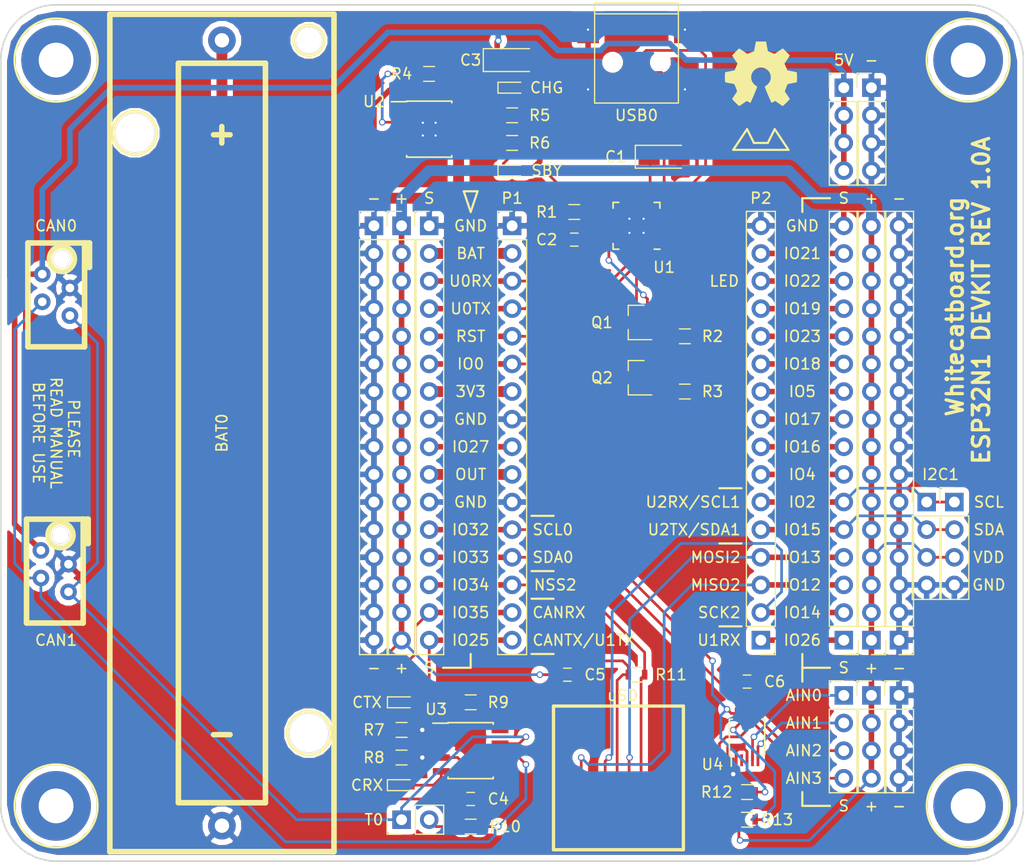
<source format=kicad_pcb>
(kicad_pcb (version 4) (host pcbnew 4.0.7)
  (title_block (title ESP32N1DEVKIT) (rev 1.0A) (company WHITECATBOARD.ORG))
  (layers (0 F.Cu signal) (31 B.Cu signal) (34 B.Paste user) (35 F.Paste user) (36 B.SilkS user) (37 F.SilkS user) (38 B.Mask user) (39 F.Mask user) (44 Edge.Cuts user))
  (net 0 "")
  (net 1 GND)
  (net 2 RX)
  (net 3 TX)
  (net 4 RST)
  (net 5 PRG)
  (net 6 VDD)
  (net 7 REG_EN)
  (net 8 REG_OUT)
  (net 9 IO32)
  (net 10 IO33)
  (net 11 IO34)
  (net 12 IO35)
  (net 13 IO25)
  (net 14 IO26)
  (net 15 IO14)
  (net 16 IO12)
  (net 17 IO13)
  (net 18 IO15)
  (net 19 IO2)
  (net 20 DIO0)
  (net 21 DIO1)
  (net 22 DIO2)
  (net 23 NSS)
  (net 24 SCK)
  (net 25 MOSI)
  (net 26 MISO)
  (net 27 IO22)
  (net 28 IO21)
  (net 29 VRAIL)
  (net 30 VBUS)
  (net 31 VBAT)
  (net 32 D-)
  (net 33 D+)
  (net 34 "Net-(USB0-Pad4)")
  (net 35 "Net-(C2-Pad1)")
  (net 36 "Net-(R1-Pad1)")
  (net 37 "Net-(U1-Pad1)")
  (net 38 "Net-(U1-Pad10)")
  (net 39 "Net-(U1-Pad11)")
  (net 40 "Net-(U1-Pad12)")
  (net 41 "Net-(U1-Pad13)")
  (net 42 "Net-(U1-Pad14)")
  (net 43 "Net-(U1-Pad15)")
  (net 44 "Net-(U1-Pad17)")
  (net 45 "Net-(U1-Pad18)")
  (net 46 RTS)
  (net 47 "Net-(U1-Pad22)")
  (net 48 DTR)
  (net 49 "Net-(U1-Pad24)")
  (net 50 "Net-(Q2-Pad1)")
  (net 51 "Net-(Q1-Pad1)")
  (net 52 "Net-(D1-Pad1)")
  (net 53 "Net-(D2-Pad1)")
  (net 54 "Net-(R4-Pad1)")
  (net 55 "Net-(R5-Pad2)")
  (net 56 "Net-(R6-Pad2)")
  (net 57 "Net-(D3-Pad1)")
  (net 58 "Net-(D4-Pad1)")
  (net 59 "Net-(R9-Pad2)")
  (net 60 "Net-(R10-Pad1)")
  (net 61 CANH)
  (net 62 "Net-(U3-Pad5)")
  (net 63 CANL)
  (net 64 "Net-(USD0-Pad8)")
  (net 65 "Net-(USD0-Pad1)")
  (net 66 AIN0)
  (net 67 AIN1)
  (net 68 AIN2)
  (net 69 AIN3)
  (net 70 "Net-(U4-Pad2)")
  (module ESP32N1DEVKIT:msd_socket (layer F.Cu) (at 165.092 135.3475 270)
    (fp_text reference USD0 hide)
    (fp_text value Conn_01x08 hide)
    (pad 6 smd rect (at -2.3 -6.5 270) (size 2 1.45) (layers F.Cu F.Paste F.Mask) (net 1 GND))
    (pad 6 smd rect (at -2.3 7.3 270) (size 2 1.45) (layers F.Cu F.Paste F.Mask) (net 1 GND))
    (pad 6 smd rect (at 5.98 7.29 270) (size 2 1.45) (layers F.Cu F.Paste F.Mask) (net 1 GND))
    (pad 6 smd rect (at 6 -6.5 270) (size 2 1.45) (layers F.Cu F.Paste F.Mask) (net 1 GND))
    (pad 5 smd rect (at 3.4 1.6 270) (size 1.5 0.8) (layers F.Cu F.Paste F.Mask) (net 15 IO14))
    (pad 6 smd rect (at 3.4 2.7 270) (size 1.5 0.8) (layers F.Cu F.Paste F.Mask) (net 1 GND))
    (pad 8 smd rect (at 3.4 4.9 270) (size 1.5 0.8) (layers F.Cu F.Paste F.Mask) (net 64 "Net-(USD0-Pad8)"))
    (pad 7 smd rect (at 3.4 3.8 270) (size 1.5 0.8) (layers F.Cu F.Paste F.Mask) (net 16 IO12))
    (pad 1 smd rect (at 3.4 -2.8 270) (size 1.5 0.8) (layers F.Cu F.Paste F.Mask) (net 65 "Net-(USD0-Pad1)"))
    (pad 2 smd rect (at 3.4 -1.7 270) (size 1.5 0.8) (layers F.Cu F.Paste F.Mask) (net 11 IO34))
    (pad 3 smd rect (at 3.4 -0.6 270) (size 1.5 0.8) (layers F.Cu F.Paste F.Mask) (net 17 IO13))
    (pad 4 smd rect (at 3.4 0.5 270) (size 1.5 0.8) (layers F.Cu F.Paste F.Mask) (net 29 VRAIL))
  )
  (module Pin_Headers:Pin_Header_Straight_1x16_Pitch2.54mm (layer F.Cu) (at 177.8 124.46 180)
    (fp_text reference J2 hide)
    (fp_text value Conn_01x16_Female)
    (pad 1 thru_hole rect (at 0 0 180) (size 1.7 1.7) (drill 1) (layers *.Cu *.Mask) (net 14 IO26))
    (pad 2 thru_hole oval (at 0 2.54 180) (size 1.7 1.7) (drill 1) (layers *.Cu *.Mask) (net 15 IO14))
    (pad 3 thru_hole oval (at 0 5.08 180) (size 1.7 1.7) (drill 1) (layers *.Cu *.Mask) (net 16 IO12))
    (pad 4 thru_hole oval (at 0 7.62 180) (size 1.7 1.7) (drill 1) (layers *.Cu *.Mask) (net 17 IO13))
    (pad 5 thru_hole oval (at 0 10.16 180) (size 1.7 1.7) (drill 1) (layers *.Cu *.Mask) (net 18 IO15))
    (pad 6 thru_hole oval (at 0 12.7 180) (size 1.7 1.7) (drill 1) (layers *.Cu *.Mask) (net 19 IO2))
    (pad 7 thru_hole oval (at 0 15.24 180) (size 1.7 1.7) (drill 1) (layers *.Cu *.Mask) (net 20 DIO0))
    (pad 8 thru_hole oval (at 0 17.78 180) (size 1.7 1.7) (drill 1) (layers *.Cu *.Mask) (net 21 DIO1))
    (pad 9 thru_hole oval (at 0 20.32 180) (size 1.7 1.7) (drill 1) (layers *.Cu *.Mask) (net 22 DIO2))
    (pad 10 thru_hole oval (at 0 22.86 180) (size 1.7 1.7) (drill 1) (layers *.Cu *.Mask) (net 23 NSS))
    (pad 11 thru_hole oval (at 0 25.4 180) (size 1.7 1.7) (drill 1) (layers *.Cu *.Mask) (net 24 SCK))
    (pad 12 thru_hole oval (at 0 27.94 180) (size 1.7 1.7) (drill 1) (layers *.Cu *.Mask) (net 25 MOSI))
    (pad 13 thru_hole oval (at 0 30.48 180) (size 1.7 1.7) (drill 1) (layers *.Cu *.Mask) (net 26 MISO))
    (pad 14 thru_hole oval (at 0 33.02 180) (size 1.7 1.7) (drill 1) (layers *.Cu *.Mask) (net 27 IO22))
    (pad 15 thru_hole oval (at 0 35.56 180) (size 1.7 1.7) (drill 1) (layers *.Cu *.Mask) (net 28 IO21))
    (pad 16 thru_hole oval (at 0 38.1 180) (size 1.7 1.7) (drill 1) (layers *.Cu *.Mask) (net 1 GND))
  )
  (module Pin_Headers:Pin_Header_Straight_1x16_Pitch2.54mm (layer F.Cu) (at 154.94 86.36)
    (fp_text reference J1 hide)
    (fp_text value Conn_01x16_Female)
    (pad 1 thru_hole rect (at 0 0) (size 1.7 1.7) (drill 1) (layers *.Cu *.Mask) (net 1 GND))
    (pad 2 thru_hole oval (at 0 2.54) (size 1.7 1.7) (drill 1) (layers *.Cu *.Mask) (net 31 VBAT))
    (pad 3 thru_hole oval (at 0 5.08) (size 1.7 1.7) (drill 1) (layers *.Cu *.Mask) (net 2 RX))
    (pad 4 thru_hole oval (at 0 7.62) (size 1.7 1.7) (drill 1) (layers *.Cu *.Mask) (net 3 TX))
    (pad 5 thru_hole oval (at 0 10.16) (size 1.7 1.7) (drill 1) (layers *.Cu *.Mask) (net 4 RST))
    (pad 6 thru_hole oval (at 0 12.7) (size 1.7 1.7) (drill 1) (layers *.Cu *.Mask) (net 5 PRG))
    (pad 7 thru_hole oval (at 0 15.24) (size 1.7 1.7) (drill 1) (layers *.Cu *.Mask) (net 6 VDD))
    (pad 8 thru_hole oval (at 0 17.78) (size 1.7 1.7) (drill 1) (layers *.Cu *.Mask) (net 1 GND))
    (pad 9 thru_hole oval (at 0 20.32) (size 1.7 1.7) (drill 1) (layers *.Cu *.Mask) (net 7 REG_EN))
    (pad 10 thru_hole oval (at 0 22.86) (size 1.7 1.7) (drill 1) (layers *.Cu *.Mask) (net 8 REG_OUT))
    (pad 11 thru_hole oval (at 0 25.4) (size 1.7 1.7) (drill 1) (layers *.Cu *.Mask) (net 1 GND))
    (pad 12 thru_hole oval (at 0 27.94) (size 1.7 1.7) (drill 1) (layers *.Cu *.Mask) (net 9 IO32))
    (pad 13 thru_hole oval (at 0 30.48) (size 1.7 1.7) (drill 1) (layers *.Cu *.Mask) (net 10 IO33))
    (pad 14 thru_hole oval (at 0 33.02) (size 1.7 1.7) (drill 1) (layers *.Cu *.Mask) (net 11 IO34))
    (pad 15 thru_hole oval (at 0 35.56) (size 1.7 1.7) (drill 1) (layers *.Cu *.Mask) (net 12 IO35))
    (pad 16 thru_hole oval (at 0 38.1) (size 1.7 1.7) (drill 1) (layers *.Cu *.Mask) (net 13 IO25))
  )
  (module Pin_Headers:Pin_Header_Straight_1x16_Pitch2.54mm (layer F.Cu) (at 147.32 86.36)
    (fp_text reference J3 hide)
    (fp_text value Conn_01x16_Male)
    (pad 1 thru_hole rect (at 0 0) (size 1.7 1.7) (drill 1) (layers *.Cu *.Mask) (net 1 GND))
    (pad 2 thru_hole oval (at 0 2.54) (size 1.7 1.7) (drill 1) (layers *.Cu *.Mask) (net 31 VBAT))
    (pad 3 thru_hole oval (at 0 5.08) (size 1.7 1.7) (drill 1) (layers *.Cu *.Mask) (net 2 RX))
    (pad 4 thru_hole oval (at 0 7.62) (size 1.7 1.7) (drill 1) (layers *.Cu *.Mask) (net 3 TX))
    (pad 5 thru_hole oval (at 0 10.16) (size 1.7 1.7) (drill 1) (layers *.Cu *.Mask) (net 4 RST))
    (pad 6 thru_hole oval (at 0 12.7) (size 1.7 1.7) (drill 1) (layers *.Cu *.Mask) (net 5 PRG))
    (pad 7 thru_hole oval (at 0 15.24) (size 1.7 1.7) (drill 1) (layers *.Cu *.Mask) (net 6 VDD))
    (pad 8 thru_hole oval (at 0 17.78) (size 1.7 1.7) (drill 1) (layers *.Cu *.Mask) (net 1 GND))
    (pad 9 thru_hole oval (at 0 20.32) (size 1.7 1.7) (drill 1) (layers *.Cu *.Mask) (net 7 REG_EN))
    (pad 10 thru_hole oval (at 0 22.86) (size 1.7 1.7) (drill 1) (layers *.Cu *.Mask) (net 8 REG_OUT))
    (pad 11 thru_hole oval (at 0 25.4) (size 1.7 1.7) (drill 1) (layers *.Cu *.Mask) (net 1 GND))
    (pad 12 thru_hole oval (at 0 27.94) (size 1.7 1.7) (drill 1) (layers *.Cu *.Mask) (net 9 IO32))
    (pad 13 thru_hole oval (at 0 30.48) (size 1.7 1.7) (drill 1) (layers *.Cu *.Mask) (net 10 IO33))
    (pad 14 thru_hole oval (at 0 33.02) (size 1.7 1.7) (drill 1) (layers *.Cu *.Mask) (net 11 IO34))
    (pad 15 thru_hole oval (at 0 35.56) (size 1.7 1.7) (drill 1) (layers *.Cu *.Mask) (net 12 IO35))
    (pad 16 thru_hole oval (at 0 38.1) (size 1.7 1.7) (drill 1) (layers *.Cu *.Mask) (net 13 IO25))
  )
  (module Pin_Headers:Pin_Header_Straight_1x16_Pitch2.54mm (layer F.Cu) (at 185.42 124.46 180)
    (fp_text reference J4 hide)
    (fp_text value Conn_01x16_Male)
    (pad 1 thru_hole rect (at 0 0 180) (size 1.7 1.7) (drill 1) (layers *.Cu *.Mask) (net 14 IO26))
    (pad 2 thru_hole oval (at 0 2.54 180) (size 1.7 1.7) (drill 1) (layers *.Cu *.Mask) (net 15 IO14))
    (pad 3 thru_hole oval (at 0 5.08 180) (size 1.7 1.7) (drill 1) (layers *.Cu *.Mask) (net 16 IO12))
    (pad 4 thru_hole oval (at 0 7.62 180) (size 1.7 1.7) (drill 1) (layers *.Cu *.Mask) (net 17 IO13))
    (pad 5 thru_hole oval (at 0 10.16 180) (size 1.7 1.7) (drill 1) (layers *.Cu *.Mask) (net 18 IO15))
    (pad 6 thru_hole oval (at 0 12.7 180) (size 1.7 1.7) (drill 1) (layers *.Cu *.Mask) (net 19 IO2))
    (pad 7 thru_hole oval (at 0 15.24 180) (size 1.7 1.7) (drill 1) (layers *.Cu *.Mask) (net 20 DIO0))
    (pad 8 thru_hole oval (at 0 17.78 180) (size 1.7 1.7) (drill 1) (layers *.Cu *.Mask) (net 21 DIO1))
    (pad 9 thru_hole oval (at 0 20.32 180) (size 1.7 1.7) (drill 1) (layers *.Cu *.Mask) (net 22 DIO2))
    (pad 10 thru_hole oval (at 0 22.86 180) (size 1.7 1.7) (drill 1) (layers *.Cu *.Mask) (net 23 NSS))
    (pad 11 thru_hole oval (at 0 25.4 180) (size 1.7 1.7) (drill 1) (layers *.Cu *.Mask) (net 24 SCK))
    (pad 12 thru_hole oval (at 0 27.94 180) (size 1.7 1.7) (drill 1) (layers *.Cu *.Mask) (net 25 MOSI))
    (pad 13 thru_hole oval (at 0 30.48 180) (size 1.7 1.7) (drill 1) (layers *.Cu *.Mask) (net 26 MISO))
    (pad 14 thru_hole oval (at 0 33.02 180) (size 1.7 1.7) (drill 1) (layers *.Cu *.Mask) (net 27 IO22))
    (pad 15 thru_hole oval (at 0 35.56 180) (size 1.7 1.7) (drill 1) (layers *.Cu *.Mask) (net 28 IO21))
    (pad 16 thru_hole oval (at 0 38.1 180) (size 1.7 1.7) (drill 1) (layers *.Cu *.Mask) (net 1 GND))
  )
  (module Pin_Headers:Pin_Header_Straight_1x16_Pitch2.54mm (layer F.Cu) (at 144.78 86.36)
    (fp_text reference J5 hide)
    (fp_text value Conn_01x16_Male)
    (pad 1 thru_hole rect (at 0 0) (size 1.7 1.7) (drill 1) (layers *.Cu *.Mask) (net 29 VRAIL))
    (pad 2 thru_hole oval (at 0 2.54) (size 1.7 1.7) (drill 1) (layers *.Cu *.Mask) (net 29 VRAIL))
    (pad 3 thru_hole oval (at 0 5.08) (size 1.7 1.7) (drill 1) (layers *.Cu *.Mask) (net 29 VRAIL))
    (pad 4 thru_hole oval (at 0 7.62) (size 1.7 1.7) (drill 1) (layers *.Cu *.Mask) (net 29 VRAIL))
    (pad 5 thru_hole oval (at 0 10.16) (size 1.7 1.7) (drill 1) (layers *.Cu *.Mask) (net 29 VRAIL))
    (pad 6 thru_hole oval (at 0 12.7) (size 1.7 1.7) (drill 1) (layers *.Cu *.Mask) (net 29 VRAIL))
    (pad 7 thru_hole oval (at 0 15.24) (size 1.7 1.7) (drill 1) (layers *.Cu *.Mask) (net 29 VRAIL))
    (pad 8 thru_hole oval (at 0 17.78) (size 1.7 1.7) (drill 1) (layers *.Cu *.Mask) (net 29 VRAIL))
    (pad 9 thru_hole oval (at 0 20.32) (size 1.7 1.7) (drill 1) (layers *.Cu *.Mask) (net 29 VRAIL))
    (pad 10 thru_hole oval (at 0 22.86) (size 1.7 1.7) (drill 1) (layers *.Cu *.Mask) (net 29 VRAIL))
    (pad 11 thru_hole oval (at 0 25.4) (size 1.7 1.7) (drill 1) (layers *.Cu *.Mask) (net 29 VRAIL))
    (pad 12 thru_hole oval (at 0 27.94) (size 1.7 1.7) (drill 1) (layers *.Cu *.Mask) (net 29 VRAIL))
    (pad 13 thru_hole oval (at 0 30.48) (size 1.7 1.7) (drill 1) (layers *.Cu *.Mask) (net 29 VRAIL))
    (pad 14 thru_hole oval (at 0 33.02) (size 1.7 1.7) (drill 1) (layers *.Cu *.Mask) (net 29 VRAIL))
    (pad 15 thru_hole oval (at 0 35.56) (size 1.7 1.7) (drill 1) (layers *.Cu *.Mask) (net 29 VRAIL))
    (pad 16 thru_hole oval (at 0 38.1) (size 1.7 1.7) (drill 1) (layers *.Cu *.Mask) (net 29 VRAIL))
  )
  (module Pin_Headers:Pin_Header_Straight_1x16_Pitch2.54mm (layer F.Cu) (at 187.96 124.46 180)
    (fp_text reference J6 hide)
    (fp_text value Conn_01x16_Male)
    (pad 1 thru_hole rect (at 0 0 180) (size 1.7 1.7) (drill 1) (layers *.Cu *.Mask) (net 29 VRAIL))
    (pad 2 thru_hole oval (at 0 2.54 180) (size 1.7 1.7) (drill 1) (layers *.Cu *.Mask) (net 29 VRAIL))
    (pad 3 thru_hole oval (at 0 5.08 180) (size 1.7 1.7) (drill 1) (layers *.Cu *.Mask) (net 29 VRAIL))
    (pad 4 thru_hole oval (at 0 7.62 180) (size 1.7 1.7) (drill 1) (layers *.Cu *.Mask) (net 29 VRAIL))
    (pad 5 thru_hole oval (at 0 10.16 180) (size 1.7 1.7) (drill 1) (layers *.Cu *.Mask) (net 29 VRAIL))
    (pad 6 thru_hole oval (at 0 12.7 180) (size 1.7 1.7) (drill 1) (layers *.Cu *.Mask) (net 29 VRAIL))
    (pad 7 thru_hole oval (at 0 15.24 180) (size 1.7 1.7) (drill 1) (layers *.Cu *.Mask) (net 29 VRAIL))
    (pad 8 thru_hole oval (at 0 17.78 180) (size 1.7 1.7) (drill 1) (layers *.Cu *.Mask) (net 29 VRAIL))
    (pad 9 thru_hole oval (at 0 20.32 180) (size 1.7 1.7) (drill 1) (layers *.Cu *.Mask) (net 29 VRAIL))
    (pad 10 thru_hole oval (at 0 22.86 180) (size 1.7 1.7) (drill 1) (layers *.Cu *.Mask) (net 29 VRAIL))
    (pad 11 thru_hole oval (at 0 25.4 180) (size 1.7 1.7) (drill 1) (layers *.Cu *.Mask) (net 29 VRAIL))
    (pad 12 thru_hole oval (at 0 27.94 180) (size 1.7 1.7) (drill 1) (layers *.Cu *.Mask) (net 29 VRAIL))
    (pad 13 thru_hole oval (at 0 30.48 180) (size 1.7 1.7) (drill 1) (layers *.Cu *.Mask) (net 29 VRAIL))
    (pad 14 thru_hole oval (at 0 33.02 180) (size 1.7 1.7) (drill 1) (layers *.Cu *.Mask) (net 29 VRAIL))
    (pad 15 thru_hole oval (at 0 35.56 180) (size 1.7 1.7) (drill 1) (layers *.Cu *.Mask) (net 29 VRAIL))
    (pad 16 thru_hole oval (at 0 38.1 180) (size 1.7 1.7) (drill 1) (layers *.Cu *.Mask) (net 29 VRAIL))
  )
  (module Pin_Headers:Pin_Header_Straight_1x16_Pitch2.54mm (layer F.Cu) (at 142.24 86.36)
    (fp_text reference J7 hide)
    (fp_text value Conn_01x16_Male)
    (pad 1 thru_hole rect (at 0 0) (size 1.7 1.7) (drill 1) (layers *.Cu *.Mask) (net 1 GND))
    (pad 2 thru_hole oval (at 0 2.54) (size 1.7 1.7) (drill 1) (layers *.Cu *.Mask) (net 1 GND))
    (pad 3 thru_hole oval (at 0 5.08) (size 1.7 1.7) (drill 1) (layers *.Cu *.Mask) (net 1 GND))
    (pad 4 thru_hole oval (at 0 7.62) (size 1.7 1.7) (drill 1) (layers *.Cu *.Mask) (net 1 GND))
    (pad 5 thru_hole oval (at 0 10.16) (size 1.7 1.7) (drill 1) (layers *.Cu *.Mask) (net 1 GND))
    (pad 6 thru_hole oval (at 0 12.7) (size 1.7 1.7) (drill 1) (layers *.Cu *.Mask) (net 1 GND))
    (pad 7 thru_hole oval (at 0 15.24) (size 1.7 1.7) (drill 1) (layers *.Cu *.Mask) (net 1 GND))
    (pad 8 thru_hole oval (at 0 17.78) (size 1.7 1.7) (drill 1) (layers *.Cu *.Mask) (net 1 GND))
    (pad 9 thru_hole oval (at 0 20.32) (size 1.7 1.7) (drill 1) (layers *.Cu *.Mask) (net 1 GND))
    (pad 10 thru_hole oval (at 0 22.86) (size 1.7 1.7) (drill 1) (layers *.Cu *.Mask) (net 1 GND))
    (pad 11 thru_hole oval (at 0 25.4) (size 1.7 1.7) (drill 1) (layers *.Cu *.Mask) (net 1 GND))
    (pad 12 thru_hole oval (at 0 27.94) (size 1.7 1.7) (drill 1) (layers *.Cu *.Mask) (net 1 GND))
    (pad 13 thru_hole oval (at 0 30.48) (size 1.7 1.7) (drill 1) (layers *.Cu *.Mask) (net 1 GND))
    (pad 14 thru_hole oval (at 0 33.02) (size 1.7 1.7) (drill 1) (layers *.Cu *.Mask) (net 1 GND))
    (pad 15 thru_hole oval (at 0 35.56) (size 1.7 1.7) (drill 1) (layers *.Cu *.Mask) (net 1 GND))
    (pad 16 thru_hole oval (at 0 38.1) (size 1.7 1.7) (drill 1) (layers *.Cu *.Mask) (net 1 GND))
  )
  (module Pin_Headers:Pin_Header_Straight_1x16_Pitch2.54mm (layer F.Cu) (at 190.5 124.46 180)
    (fp_text reference J8 hide)
    (fp_text value Conn_01x16_Male)
    (pad 1 thru_hole rect (at 0 0 180) (size 1.7 1.7) (drill 1) (layers *.Cu *.Mask) (net 1 GND))
    (pad 2 thru_hole oval (at 0 2.54 180) (size 1.7 1.7) (drill 1) (layers *.Cu *.Mask) (net 1 GND))
    (pad 3 thru_hole oval (at 0 5.08 180) (size 1.7 1.7) (drill 1) (layers *.Cu *.Mask) (net 1 GND))
    (pad 4 thru_hole oval (at 0 7.62 180) (size 1.7 1.7) (drill 1) (layers *.Cu *.Mask) (net 1 GND))
    (pad 5 thru_hole oval (at 0 10.16 180) (size 1.7 1.7) (drill 1) (layers *.Cu *.Mask) (net 1 GND))
    (pad 6 thru_hole oval (at 0 12.7 180) (size 1.7 1.7) (drill 1) (layers *.Cu *.Mask) (net 1 GND))
    (pad 7 thru_hole oval (at 0 15.24 180) (size 1.7 1.7) (drill 1) (layers *.Cu *.Mask) (net 1 GND))
    (pad 8 thru_hole oval (at 0 17.78 180) (size 1.7 1.7) (drill 1) (layers *.Cu *.Mask) (net 1 GND))
    (pad 9 thru_hole oval (at 0 20.32 180) (size 1.7 1.7) (drill 1) (layers *.Cu *.Mask) (net 1 GND))
    (pad 10 thru_hole oval (at 0 22.86 180) (size 1.7 1.7) (drill 1) (layers *.Cu *.Mask) (net 1 GND))
    (pad 11 thru_hole oval (at 0 25.4 180) (size 1.7 1.7) (drill 1) (layers *.Cu *.Mask) (net 1 GND))
    (pad 12 thru_hole oval (at 0 27.94 180) (size 1.7 1.7) (drill 1) (layers *.Cu *.Mask) (net 1 GND))
    (pad 13 thru_hole oval (at 0 30.48 180) (size 1.7 1.7) (drill 1) (layers *.Cu *.Mask) (net 1 GND))
    (pad 14 thru_hole oval (at 0 33.02 180) (size 1.7 1.7) (drill 1) (layers *.Cu *.Mask) (net 1 GND))
    (pad 15 thru_hole oval (at 0 35.56 180) (size 1.7 1.7) (drill 1) (layers *.Cu *.Mask) (net 1 GND))
    (pad 16 thru_hole oval (at 0 38.1 180) (size 1.7 1.7) (drill 1) (layers *.Cu *.Mask) (net 1 GND))
  )
  (module Connect:USB_Mini-B (layer F.Cu) (at 166.37 71.12 270)
    (fp_text reference USB0 (at 5.08 0 360) (layer F.SilkS))
    (fp_text value Conn_01x06)
    (pad 1 smd rect (at 2.8 -1.6 270) (size 2.3 0.5) (layers F.Cu F.Paste F.Mask) (net 30 VBUS))
    (pad 2 smd rect (at 2.8 -0.8 270) (size 2.3 0.5) (layers F.Cu F.Paste F.Mask) (net 32 D-))
    (pad 3 smd rect (at 2.8 0 270) (size 2.3 0.5) (layers F.Cu F.Paste F.Mask) (net 33 D+))
    (pad 4 smd rect (at 2.8 0.8 270) (size 2.3 0.5) (layers F.Cu F.Paste F.Mask) (net 34 "Net-(USB0-Pad4)"))
    (pad 5 smd rect (at 2.8 1.6 270) (size 2.3 0.5) (layers F.Cu F.Paste F.Mask) (net 1 GND))
    (pad 6 smd rect (at 2.7 -4.45 270) (size 2.5 2) (layers F.Cu F.Paste F.Mask) (net 1 GND))
    (pad 6 smd rect (at -2.8 -4.45 270) (size 2.5 2) (layers F.Cu F.Paste F.Mask) (net 1 GND))
    (pad 6 smd rect (at 2.7 4.45 270) (size 2.5 2) (layers F.Cu F.Paste F.Mask) (net 1 GND))
    (pad 6 smd rect (at -2.8 4.45 270) (size 2.5 2) (layers F.Cu F.Paste F.Mask) (net 1 GND))
    (pad "" np_thru_hole circle (at 0.2 -2.2 270) (size 0.9 0.9) (drill 0.9) (layers *.Cu *.Mask))
    (pad "" np_thru_hole circle (at 0.2 2.2 270) (size 0.9 0.9) (drill 0.9) (layers *.Cu *.Mask))
  )
  (module ESP32N1DEVKIT:18650_holder (layer F.Cu) (at 128.27 105.41 180)
    (fp_text reference BAT0 (at 0 0 450) (layer F.SilkS))
    (fp_text value Conn_01x02)
    (fp_text user - (at 0.01 -27.6 180) (layer F.SilkS) (effects (font (size 2 2) (thickness 0.5))))
    (fp_text user + (at 0.01 27.56 180) (layer F.SilkS) (effects (font (size 2 2) (thickness 0.5))))
    (pad 2 thru_hole circle (at 0 -36.11 180) (size 2.54 2.54) (drill 1.32) (layers *.Cu *.Mask) (net 1 GND))
    (pad 1 thru_hole circle (at 0 36.11 180) (size 2.54 2.54) (drill 1.32) (layers *.Cu *.Mask) (net 31 VBAT))
    (pad "" thru_hole circle (at -8 -27.6 180) (size 3.55 3.55) (drill 3.55) (layers *.Cu *.Mask))
    (pad "" thru_hole circle (at 8 27.6 180) (size 3.55 3.55) (drill 3.55) (layers *.Cu *.Mask))
    (pad "" thru_hole circle (at -8 36.11 180) (size 2.39 2.39) (drill 2.39) (layers *.Cu *.Mask))
  )
  (module Mounting_Holes:MountingHole_3.2mm_M3_Pad (layer F.Cu) (at 113.03 71.12)
    (fp_text reference REF** hide)
    (fp_text value MountingHole_3.2mm_M3_Pad)
    (pad 1 thru_hole circle (at 0 0) (size 6.4 6.4) (drill 3.2) (layers *.Cu *.Mask))
  )
  (module Mounting_Holes:MountingHole_3.2mm_M3_Pad (layer F.Cu) (at 196.85 71.12)
    (fp_text reference REF** hide)
    (fp_text value MountingHole_3.2mm_M3_Pad)
    (pad 1 thru_hole circle (at 0 0) (size 6.4 6.4) (drill 3.2) (layers *.Cu *.Mask))
  )
  (module Mounting_Holes:MountingHole_3.2mm_M3_Pad (layer F.Cu) (at 113.03 139.7)
    (fp_text reference REF** hide)
    (fp_text value MountingHole_3.2mm_M3_Pad)
    (pad 1 thru_hole circle (at 0 0) (size 6.4 6.4) (drill 3.2) (layers *.Cu *.Mask))
  )
  (module Mounting_Holes:MountingHole_3.2mm_M3_Pad (layer F.Cu) (at 196.85 139.7)
    (fp_text reference REF** hide)
    (fp_text value MountingHole_3.2mm_M3_Pad)
    (pad 1 thru_hole circle (at 0 0) (size 6.4 6.4) (drill 3.2) (layers *.Cu *.Mask))
  )
  (module Capacitors_Tantalum_SMD:CP_Tantalum_Case-A_EIA-3216-18_Reflow (layer F.Cu) (at 168.91 80.01)
    (fp_text reference C1 (at -4.445 0) (layer F.SilkS))
    (fp_text value 10uF)
    (pad 1 smd rect (at -1.375 0) (size 1.95 1.5) (layers F.Cu F.Paste F.Mask) (net 30 VBUS))
    (pad 2 smd rect (at 1.375 0) (size 1.95 1.5) (layers F.Cu F.Paste F.Mask) (net 1 GND))
  )
  (module Capacitors_SMD:C_0603 (layer F.Cu) (at 160.655 87.63 180)
    (fp_text reference C2 (at 2.54 0 360) (layer F.SilkS))
    (fp_text value 4.7uF)
    (pad 2 smd rect (at 0.75 0 180) (size 0.8 0.75) (layers F.Cu F.Paste F.Mask) (net 1 GND))
    (pad 1 smd rect (at -0.75 0 180) (size 0.8 0.75) (layers F.Cu F.Paste F.Mask) (net 35 "Net-(C2-Pad1)"))
  )
  (module Resistors_SMD:R_0603 (layer F.Cu) (at 160.655 85.09 180)
    (fp_text reference R1 (at 2.54 0 180) (layer F.SilkS))
    (fp_text value 10K)
    (pad 1 smd rect (at -0.75 0 180) (size 0.5 0.9) (layers F.Cu F.Paste F.Mask) (net 36 "Net-(R1-Pad1)"))
    (pad 2 smd rect (at 0.75 0 180) (size 0.5 0.9) (layers F.Cu F.Paste F.Mask) (net 30 VBUS))
  )
  (module Housings_DFN_QFN:QFN-24-1EP_4x4mm_Pitch0.5mm (layer F.Cu) (at 166.37 86.36 180)
    (fp_text reference U1 (at -2.54 -3.81 180) (layer F.SilkS))
    (fp_text value CP2104)
    (pad 1 smd rect (at -1.95 -1.25 180) (size 0.85 0.3) (layers F.Cu F.Paste F.Mask) (net 37 "Net-(U1-Pad1)"))
    (pad 2 smd rect (at -1.95 -0.75 180) (size 0.85 0.3) (layers F.Cu F.Paste F.Mask) (net 1 GND))
    (pad 3 smd rect (at -1.95 -0.25 180) (size 0.85 0.3) (layers F.Cu F.Paste F.Mask) (net 33 D+))
    (pad 4 smd rect (at -1.95 0.25 180) (size 0.85 0.3) (layers F.Cu F.Paste F.Mask) (net 32 D-))
    (pad 5 smd rect (at -1.95 0.75 180) (size 0.85 0.3) (layers F.Cu F.Paste F.Mask) (net 30 VBUS))
    (pad 6 smd rect (at -1.95 1.25 180) (size 0.85 0.3) (layers F.Cu F.Paste F.Mask) (net 30 VBUS))
    (pad 7 smd rect (at -1.25 1.95 270) (size 0.85 0.3) (layers F.Cu F.Paste F.Mask) (net 30 VBUS))
    (pad 8 smd rect (at -0.75 1.95 270) (size 0.85 0.3) (layers F.Cu F.Paste F.Mask) (net 30 VBUS))
    (pad 9 smd rect (at -0.25 1.95 270) (size 0.85 0.3) (layers F.Cu F.Paste F.Mask) (net 36 "Net-(R1-Pad1)"))
    (pad 10 smd rect (at 0.25 1.95 270) (size 0.85 0.3) (layers F.Cu F.Paste F.Mask) (net 38 "Net-(U1-Pad10)"))
    (pad 11 smd rect (at 0.75 1.95 270) (size 0.85 0.3) (layers F.Cu F.Paste F.Mask) (net 39 "Net-(U1-Pad11)"))
    (pad 12 smd rect (at 1.25 1.95 270) (size 0.85 0.3) (layers F.Cu F.Paste F.Mask) (net 40 "Net-(U1-Pad12)"))
    (pad 13 smd rect (at 1.95 1.25 180) (size 0.85 0.3) (layers F.Cu F.Paste F.Mask) (net 41 "Net-(U1-Pad13)"))
    (pad 14 smd rect (at 1.95 0.75 180) (size 0.85 0.3) (layers F.Cu F.Paste F.Mask) (net 42 "Net-(U1-Pad14)"))
    (pad 15 smd rect (at 1.95 0.25 180) (size 0.85 0.3) (layers F.Cu F.Paste F.Mask) (net 43 "Net-(U1-Pad15)"))
    (pad 16 smd rect (at 1.95 -0.25 180) (size 0.85 0.3) (layers F.Cu F.Paste F.Mask) (net 35 "Net-(C2-Pad1)"))
    (pad 17 smd rect (at 1.95 -0.75 180) (size 0.85 0.3) (layers F.Cu F.Paste F.Mask) (net 44 "Net-(U1-Pad17)"))
    (pad 18 smd rect (at 1.95 -1.25 180) (size 0.85 0.3) (layers F.Cu F.Paste F.Mask) (net 45 "Net-(U1-Pad18)"))
    (pad 19 smd rect (at 1.25 -1.95 270) (size 0.85 0.3) (layers F.Cu F.Paste F.Mask) (net 46 RTS))
    (pad 20 smd rect (at 0.75 -1.95 270) (size 0.85 0.3) (layers F.Cu F.Paste F.Mask) (net 2 RX))
    (pad 21 smd rect (at 0.25 -1.95 270) (size 0.85 0.3) (layers F.Cu F.Paste F.Mask) (net 3 TX))
    (pad 22 smd rect (at -0.25 -1.95 270) (size 0.85 0.3) (layers F.Cu F.Paste F.Mask) (net 47 "Net-(U1-Pad22)"))
    (pad 23 smd rect (at -0.75 -1.95 270) (size 0.85 0.3) (layers F.Cu F.Paste F.Mask) (net 48 DTR))
    (pad 24 smd rect (at -1.25 -1.95 270) (size 0.85 0.3) (layers F.Cu F.Paste F.Mask) (net 49 "Net-(U1-Pad24)"))
    (pad 25 smd rect (at 0.65 0.65 180) (size 1.3 1.3) (layers F.Cu F.Paste F.Mask) (net 1 GND))
    (pad 25 smd rect (at 0.65 -0.65 180) (size 1.3 1.3) (layers F.Cu F.Paste F.Mask) (net 1 GND))
    (pad 25 smd rect (at -0.65 0.65 180) (size 1.3 1.3) (layers F.Cu F.Paste F.Mask) (net 1 GND))
    (pad 25 smd rect (at -0.65 -0.65 180) (size 1.3 1.3) (layers F.Cu F.Paste F.Mask) (net 1 GND))
  )
  (module TO_SOT_Packages_SMD:SOT-23 (layer F.Cu) (at 166.37 95.25 180)
    (fp_text reference Q1 (at 3.175 0 180) (layer F.SilkS))
    (fp_text value Q_NPN_BEC)
    (pad 1 smd rect (at -1 -0.95 180) (size 0.9 0.8) (layers F.Cu F.Paste F.Mask) (net 51 "Net-(Q1-Pad1)"))
    (pad 2 smd rect (at -1 0.95 180) (size 0.9 0.8) (layers F.Cu F.Paste F.Mask) (net 46 RTS))
    (pad 3 smd rect (at 1 0 180) (size 0.9 0.8) (layers F.Cu F.Paste F.Mask) (net 4 RST))
  )
  (module TO_SOT_Packages_SMD:SOT-23 (layer F.Cu) (at 166.37 100.33 180)
    (fp_text reference Q2 (at 3.175 0 180) (layer F.SilkS))
    (fp_text value Q_NPN_BEC)
    (pad 1 smd rect (at -1 -0.95 180) (size 0.9 0.8) (layers F.Cu F.Paste F.Mask) (net 50 "Net-(Q2-Pad1)"))
    (pad 2 smd rect (at -1 0.95 180) (size 0.9 0.8) (layers F.Cu F.Paste F.Mask) (net 48 DTR))
    (pad 3 smd rect (at 1 0 180) (size 0.9 0.8) (layers F.Cu F.Paste F.Mask) (net 5 PRG))
  )
  (module Resistors_SMD:R_0603 (layer F.Cu) (at 170.815 96.52)
    (fp_text reference R2 (at 2.54 0 180) (layer F.SilkS))
    (fp_text value 10K)
    (pad 1 smd rect (at -0.75 0) (size 0.5 0.9) (layers F.Cu F.Paste F.Mask) (net 51 "Net-(Q1-Pad1)"))
    (pad 2 smd rect (at 0.75 0) (size 0.5 0.9) (layers F.Cu F.Paste F.Mask) (net 48 DTR))
  )
  (module Resistors_SMD:R_0603 (layer F.Cu) (at 170.815 101.6)
    (fp_text reference R3 (at 2.54 0 180) (layer F.SilkS))
    (fp_text value 10K)
    (pad 1 smd rect (at -0.75 0) (size 0.5 0.9) (layers F.Cu F.Paste F.Mask) (net 50 "Net-(Q2-Pad1)"))
    (pad 2 smd rect (at 0.75 0) (size 0.5 0.9) (layers F.Cu F.Paste F.Mask) (net 46 RTS))
  )
  (module Capacitors_Tantalum_SMD:CP_Tantalum_Case-A_EIA-3216-18_Reflow (layer F.Cu) (at 154.94 71.12)
    (fp_text reference C3 (at -3.81 0) (layer F.SilkS))
    (fp_text value 10uF)
    (pad 1 smd rect (at -1.375 0) (size 1.95 1.5) (layers F.Cu F.Paste F.Mask) (net 30 VBUS))
    (pad 2 smd rect (at 1.375 0) (size 1.95 1.5) (layers F.Cu F.Paste F.Mask) (net 1 GND))
  )
  (module LEDs:LED_0603 (layer F.Cu) (at 154.94 73.66)
    (fp_text reference D1 hide)
    (fp_text value LED)
    (pad 2 smd rect (at 0.8 0 180) (size 0.8 0.8) (layers F.Cu F.Paste F.Mask) (net 30 VBUS))
    (pad 1 smd rect (at -0.8 0 180) (size 0.8 0.8) (layers F.Cu F.Paste F.Mask) (net 52 "Net-(D1-Pad1)"))
  )
  (module LEDs:LED_0603 (layer F.Cu) (at 154.94 81.28)
    (fp_text reference D2 hide)
    (fp_text value LED)
    (pad 2 smd rect (at 0.8 0 180) (size 0.8 0.8) (layers F.Cu F.Paste F.Mask) (net 30 VBUS))
    (pad 1 smd rect (at -0.8 0 180) (size 0.8 0.8) (layers F.Cu F.Paste F.Mask) (net 53 "Net-(D2-Pad1)"))
  )
  (module Resistors_SMD:R_0603 (layer F.Cu) (at 147.308 72.39)
    (fp_text reference R4 (at -2.528 0) (layer F.SilkS))
    (fp_text value 120R)
    (pad 1 smd rect (at -0.75 0) (size 0.5 0.9) (layers F.Cu F.Paste F.Mask) (net 54 "Net-(R4-Pad1)"))
    (pad 2 smd rect (at 0.75 0) (size 0.5 0.9) (layers F.Cu F.Paste F.Mask) (net 1 GND))
  )
  (module Resistors_SMD:R_0603 (layer F.Cu) (at 154.94 76.2 180)
    (fp_text reference R5 (at -2.54 0 180) (layer F.SilkS))
    (fp_text value 470R)
    (pad 1 smd rect (at -0.75 0 180) (size 0.5 0.9) (layers F.Cu F.Paste F.Mask) (net 52 "Net-(D1-Pad1)"))
    (pad 2 smd rect (at 0.75 0 180) (size 0.5 0.9) (layers F.Cu F.Paste F.Mask) (net 55 "Net-(R5-Pad2)"))
  )
  (module Resistors_SMD:R_0603 (layer F.Cu) (at 154.94 78.74 180)
    (fp_text reference R6 (at -2.54 0 180) (layer F.SilkS))
    (fp_text value 470R)
    (pad 1 smd rect (at -0.75 0 180) (size 0.5 0.9) (layers F.Cu F.Paste F.Mask) (net 53 "Net-(D2-Pad1)"))
    (pad 2 smd rect (at 0.75 0 180) (size 0.5 0.9) (layers F.Cu F.Paste F.Mask) (net 56 "Net-(R6-Pad2)"))
  )
  (module Housings_SOIC:SOIC-8-1EP_3.9x4.9mm_Pitch1.27mm (layer F.Cu) (at 147.32 77.47)
    (fp_text reference U2 (at -5.08 -2.54) (layer F.SilkS))
    (fp_text value TP4056)
    (pad 1 smd rect (at -2.7 -1.905) (size 1.55 0.6) (layers F.Cu F.Paste F.Mask) (net 1 GND))
    (pad 2 smd rect (at -2.7 -0.635) (size 1.55 0.6) (layers F.Cu F.Paste F.Mask) (net 54 "Net-(R4-Pad1)"))
    (pad 3 smd rect (at -2.7 0.635) (size 1.55 0.6) (layers F.Cu F.Paste F.Mask) (net 1 GND))
    (pad 4 smd rect (at -2.7 1.905) (size 1.55 0.6) (layers F.Cu F.Paste F.Mask) (net 30 VBUS))
    (pad 5 smd rect (at 2.7 1.905) (size 1.55 0.6) (layers F.Cu F.Paste F.Mask) (net 31 VBAT))
    (pad 6 smd rect (at 2.7 0.635) (size 1.55 0.6) (layers F.Cu F.Paste F.Mask) (net 56 "Net-(R6-Pad2)"))
    (pad 7 smd rect (at 2.7 -0.635) (size 1.55 0.6) (layers F.Cu F.Paste F.Mask) (net 55 "Net-(R5-Pad2)"))
    (pad 8 smd rect (at 2.7 -1.905) (size 1.55 0.6) (layers F.Cu F.Paste F.Mask) (net 30 VBUS))
    (pad 9 smd rect (at 0.5875 0.5875) (size 1.175 1.175) (layers F.Cu F.Paste F.Mask) (net 1 GND))
    (pad 9 smd rect (at 0.5875 -0.5875) (size 1.175 1.175) (layers F.Cu F.Paste F.Mask) (net 1 GND))
    (pad 9 smd rect (at -0.5875 0.5875) (size 1.175 1.175) (layers F.Cu F.Paste F.Mask) (net 1 GND))
    (pad 9 smd rect (at -0.5875 -0.5875) (size 1.175 1.175) (layers F.Cu F.Paste F.Mask) (net 1 GND))
  )
  (module Capacitors_SMD:C_0603 (layer F.Cu) (at 151.13 139.065)
    (fp_text reference C4 (at 2.54 0) (layer F.SilkS))
    (fp_text value 0.1uF)
    (pad 2 smd rect (at 0.75 0) (size 0.8 0.75) (layers F.Cu F.Paste F.Mask) (net 1 GND))
    (pad 1 smd rect (at -0.75 0) (size 0.8 0.75) (layers F.Cu F.Paste F.Mask) (net 29 VRAIL))
  )
  (module LEDs:LED_0603 (layer F.Cu) (at 144.78 130.175)
    (fp_text reference D3 hide)
    (fp_text value LED)
    (pad 2 smd rect (at 0.8 0 180) (size 0.8 0.8) (layers F.Cu F.Paste F.Mask) (net 13 IO25))
    (pad 1 smd rect (at -0.8 0 180) (size 0.8 0.8) (layers F.Cu F.Paste F.Mask) (net 57 "Net-(D3-Pad1)"))
  )
  (module LEDs:LED_0603 (layer F.Cu) (at 144.78 137.795)
    (fp_text reference D4 hide)
    (fp_text value LED)
    (pad 2 smd rect (at 0.8 0 180) (size 0.8 0.8) (layers F.Cu F.Paste F.Mask) (net 12 IO35))
    (pad 1 smd rect (at -0.8 0 180) (size 0.8 0.8) (layers F.Cu F.Paste F.Mask) (net 58 "Net-(D4-Pad1)"))
  )
  (module Resistors_SMD:R_0603 (layer F.Cu) (at 144.78 132.715 180)
    (fp_text reference R7 (at 2.54 0 180) (layer F.SilkS))
    (fp_text value 470R)
    (pad 1 smd rect (at -0.75 0 180) (size 0.5 0.9) (layers F.Cu F.Paste F.Mask) (net 1 GND))
    (pad 2 smd rect (at 0.75 0 180) (size 0.5 0.9) (layers F.Cu F.Paste F.Mask) (net 57 "Net-(D3-Pad1)"))
  )
  (module Resistors_SMD:R_0603 (layer F.Cu) (at 144.78 135.255)
    (fp_text reference R8 (at -2.54 0) (layer F.SilkS))
    (fp_text value 470R)
    (pad 1 smd rect (at -0.75 0) (size 0.5 0.9) (layers F.Cu F.Paste F.Mask) (net 58 "Net-(D4-Pad1)"))
    (pad 2 smd rect (at 0.75 0) (size 0.5 0.9) (layers F.Cu F.Paste F.Mask) (net 1 GND))
  )
  (module Resistors_SMD:R_0603 (layer F.Cu) (at 151.13 130.175)
    (fp_text reference R9 (at 2.54 0) (layer F.SilkS))
    (fp_text value 0R)
    (pad 1 smd rect (at -0.75 0) (size 0.5 0.9) (layers F.Cu F.Paste F.Mask) (net 1 GND))
    (pad 2 smd rect (at 0.75 0) (size 0.5 0.9) (layers F.Cu F.Paste F.Mask) (net 59 "Net-(R9-Pad2)"))
  )
  (module Resistors_SMD:R_0603 (layer F.Cu) (at 151.13 141.605)
    (fp_text reference R10 (at 3.175 0) (layer F.SilkS))
    (fp_text value 120R)
    (pad 1 smd rect (at -0.75 0) (size 0.5 0.9) (layers F.Cu F.Paste F.Mask) (net 60 "Net-(R10-Pad1)"))
    (pad 2 smd rect (at 0.75 0) (size 0.5 0.9) (layers F.Cu F.Paste F.Mask) (net 63 CANL))
  )
  (module Pin_Headers:Pin_Header_Straight_1x02_Pitch2.54mm (layer F.Cu) (at 144.78 140.97 90)
    (fp_text reference T0 (at 0 -2.54 180) (layer F.SilkS))
    (fp_text value Conn_01x02)
    (pad 1 thru_hole rect (at 0 0 90) (size 1.7 1.7) (drill 1) (layers *.Cu *.Mask) (net 61 CANH))
    (pad 2 thru_hole oval (at 0 2.54 90) (size 1.7 1.7) (drill 1) (layers *.Cu *.Mask) (net 60 "Net-(R10-Pad1)"))
  )
  (module Housings_SOIC:SOIC-8_3.9x4.9mm_Pitch1.27mm (layer F.Cu) (at 151.13 134.62)
    (fp_text reference U3 (at -3.175 -3.81) (layer F.SilkS))
    (fp_text value SN65HVD231D)
    (pad 1 smd rect (at -2.7 -1.905) (size 1.55 0.6) (layers F.Cu F.Paste F.Mask) (net 13 IO25))
    (pad 2 smd rect (at -2.7 -0.635) (size 1.55 0.6) (layers F.Cu F.Paste F.Mask) (net 1 GND))
    (pad 3 smd rect (at -2.7 0.635) (size 1.55 0.6) (layers F.Cu F.Paste F.Mask) (net 29 VRAIL))
    (pad 4 smd rect (at -2.7 1.905) (size 1.55 0.6) (layers F.Cu F.Paste F.Mask) (net 12 IO35))
    (pad 5 smd rect (at 2.7 1.905) (size 1.55 0.6) (layers F.Cu F.Paste F.Mask) (net 62 "Net-(U3-Pad5)"))
    (pad 6 smd rect (at 2.7 0.635) (size 1.55 0.6) (layers F.Cu F.Paste F.Mask) (net 63 CANL))
    (pad 7 smd rect (at 2.7 -0.635) (size 1.55 0.6) (layers F.Cu F.Paste F.Mask) (net 61 CANH))
    (pad 8 smd rect (at 2.7 -1.905) (size 1.55 0.6) (layers F.Cu F.Paste F.Mask) (net 59 "Net-(R9-Pad2)"))
  )
  (module Capacitors_SMD:C_0603 (layer F.Cu) (at 160.02 127.635)
    (fp_text reference C5 (at 2.54 0) (layer F.SilkS))
    (fp_text value 0.1uF)
    (pad 2 smd rect (at 0.75 0) (size 0.8 0.75) (layers F.Cu F.Paste F.Mask) (net 1 GND))
    (pad 1 smd rect (at -0.75 0) (size 0.8 0.75) (layers F.Cu F.Paste F.Mask) (net 29 VRAIL))
  )
  (module Resistors_SMD:R_0603 (layer F.Cu) (at 166.37 127.635)
    (fp_text reference R11 (at 3.175 0) (layer F.SilkS))
    (fp_text value 10K)
    (pad 1 smd rect (at -0.75 0) (size 0.5 0.9) (layers F.Cu F.Paste F.Mask) (net 29 VRAIL))
    (pad 2 smd rect (at 0.75 0) (size 0.5 0.9) (layers F.Cu F.Paste F.Mask) (net 11 IO34))
  )
  (module Capacitors_SMD:C_0603 (layer F.Cu) (at 176.53 128.27)
    (fp_text reference C6 (at 2.54 0) (layer F.SilkS))
    (fp_text value 0.1uF)
    (pad 2 smd rect (at 0.75 0) (size 0.8 0.75) (layers F.Cu F.Paste F.Mask) (net 1 GND))
    (pad 1 smd rect (at -0.75 0) (size 0.8 0.75) (layers F.Cu F.Paste F.Mask) (net 29 VRAIL))
  )
  (module Pin_Headers:Pin_Header_Straight_1x04_Pitch2.54mm (layer F.Cu) (at 185.42 129.54)
    (fp_text reference J9 hide)
    (fp_text value Conn_01x04_Male)
    (pad 1 thru_hole rect (at 0 0) (size 1.7 1.7) (drill 1) (layers *.Cu *.Mask) (net 66 AIN0))
    (pad 2 thru_hole oval (at 0 2.54) (size 1.7 1.7) (drill 1) (layers *.Cu *.Mask) (net 67 AIN1))
    (pad 3 thru_hole oval (at 0 5.08) (size 1.7 1.7) (drill 1) (layers *.Cu *.Mask) (net 68 AIN2))
    (pad 4 thru_hole oval (at 0 7.62) (size 1.7 1.7) (drill 1) (layers *.Cu *.Mask) (net 69 AIN3))
  )
  (module Pin_Headers:Pin_Header_Straight_1x04_Pitch2.54mm (layer F.Cu) (at 187.96 129.54)
    (fp_text reference J10 hide)
    (fp_text value Conn_01x04_Male)
    (pad 1 thru_hole rect (at 0 0) (size 1.7 1.7) (drill 1) (layers *.Cu *.Mask) (net 29 VRAIL))
    (pad 2 thru_hole oval (at 0 2.54) (size 1.7 1.7) (drill 1) (layers *.Cu *.Mask) (net 29 VRAIL))
    (pad 3 thru_hole oval (at 0 5.08) (size 1.7 1.7) (drill 1) (layers *.Cu *.Mask) (net 29 VRAIL))
    (pad 4 thru_hole oval (at 0 7.62) (size 1.7 1.7) (drill 1) (layers *.Cu *.Mask) (net 29 VRAIL))
  )
  (module Pin_Headers:Pin_Header_Straight_1x04_Pitch2.54mm (layer F.Cu) (at 190.5 129.54)
    (fp_text reference J11 hide)
    (fp_text value Conn_01x04_Male)
    (pad 1 thru_hole rect (at 0 0) (size 1.7 1.7) (drill 1) (layers *.Cu *.Mask) (net 1 GND))
    (pad 2 thru_hole oval (at 0 2.54) (size 1.7 1.7) (drill 1) (layers *.Cu *.Mask) (net 1 GND))
    (pad 3 thru_hole oval (at 0 5.08) (size 1.7 1.7) (drill 1) (layers *.Cu *.Mask) (net 1 GND))
    (pad 4 thru_hole oval (at 0 7.62) (size 1.7 1.7) (drill 1) (layers *.Cu *.Mask) (net 1 GND))
  )
  (module Resistors_SMD:R_0603 (layer F.Cu) (at 176.53 138.43)
    (fp_text reference R12 (at -2.794 0) (layer F.SilkS))
    (fp_text value 10K)
    (pad 1 smd rect (at -0.75 0) (size 0.5 0.9) (layers F.Cu F.Paste F.Mask) (net 29 VRAIL))
    (pad 2 smd rect (at 0.75 0) (size 0.5 0.9) (layers F.Cu F.Paste F.Mask) (net 9 IO32))
  )
  (module Resistors_SMD:R_0603 (layer F.Cu) (at 176.53 140.97)
    (fp_text reference R13 (at 2.794 0) (layer F.SilkS))
    (fp_text value 10K)
    (pad 1 smd rect (at -0.75 0) (size 0.5 0.9) (layers F.Cu F.Paste F.Mask) (net 29 VRAIL))
    (pad 2 smd rect (at 0.75 0) (size 0.5 0.9) (layers F.Cu F.Paste F.Mask) (net 10 IO33))
  )
  (module Housings_SSOP:TSSOP-10_3x3mm_Pitch0.5mm (layer F.Cu) (at 176.53 133.35 90)
    (fp_text reference U4 (at -2.54 -3.175 180) (layer F.SilkS))
    (fp_text value ADS1015)
    (pad 1 smd rect (at -2.15 -1 90) (size 1.1 0.25) (layers F.Cu F.Paste F.Mask) (net 1 GND))
    (pad 2 smd rect (at -2.15 -0.5 90) (size 1.1 0.25) (layers F.Cu F.Paste F.Mask) (net 70 "Net-(U4-Pad2)"))
    (pad 3 smd rect (at -2.15 0 90) (size 1.1 0.25) (layers F.Cu F.Paste F.Mask) (net 1 GND))
    (pad 4 smd rect (at -2.15 0.5 90) (size 1.1 0.25) (layers F.Cu F.Paste F.Mask) (net 66 AIN0))
    (pad 5 smd rect (at -2.15 1 90) (size 1.1 0.25) (layers F.Cu F.Paste F.Mask) (net 67 AIN1))
    (pad 6 smd rect (at 2.15 1 90) (size 1.1 0.25) (layers F.Cu F.Paste F.Mask) (net 68 AIN2))
    (pad 7 smd rect (at 2.15 0.5 90) (size 1.1 0.25) (layers F.Cu F.Paste F.Mask) (net 69 AIN3))
    (pad 8 smd rect (at 2.15 0 90) (size 1.1 0.25) (layers F.Cu F.Paste F.Mask) (net 29 VRAIL))
    (pad 9 smd rect (at 2.15 -0.5 90) (size 1.1 0.25) (layers F.Cu F.Paste F.Mask) (net 10 IO33))
    (pad 10 smd rect (at 2.15 -1 90) (size 1.1 0.25) (layers F.Cu F.Paste F.Mask) (net 9 IO32))
  )
  (module ESP32N1DEVKIT:micro_match_4p (layer F.Cu) (at 113.03 92.71 270)
    (fp_text reference CAN0 (at -6.35 0 540) (layer F.SilkS))
    (fp_text value Conn_01x04_Male)
    (pad 1 thru_hole circle (at -1.905 1.27 270) (size 1.524 1.524) (drill 0.8) (layers *.Cu *.Mask) (net 30 VBUS))
    (pad 2 thru_hole circle (at -0.635 -1.27 270) (size 1.524 1.524) (drill 0.8) (layers *.Cu *.Mask) (net 1 GND))
    (pad 3 thru_hole circle (at 0.635 1.27 270) (size 1.524 1.524) (drill 0.8) (layers *.Cu *.Mask) (net 63 CANL))
    (pad 4 thru_hole circle (at 1.905 -1.27 270) (size 1.524 1.524) (drill 0.8) (layers *.Cu *.Mask) (net 61 CANH))
    (pad "" thru_hole circle (at -3.302 -0.5334 270) (size 1.524 1.524) (drill 1.524) (layers *.Cu *.Mask))
  )
  (module Pin_Headers:Pin_Header_Straight_1x04_Pitch2.54mm (layer F.Cu) (at 185.42 73.66)
    (fp_text reference VBUS0 hide)
    (fp_text value Conn_01x04_Male)
    (pad 1 thru_hole rect (at 0 0) (size 1.7 1.7) (drill 1) (layers *.Cu *.Mask) (net 30 VBUS))
    (pad 2 thru_hole oval (at 0 2.54) (size 1.7 1.7) (drill 1) (layers *.Cu *.Mask) (net 30 VBUS))
    (pad 3 thru_hole oval (at 0 5.08) (size 1.7 1.7) (drill 1) (layers *.Cu *.Mask) (net 30 VBUS))
    (pad 4 thru_hole oval (at 0 7.62) (size 1.7 1.7) (drill 1) (layers *.Cu *.Mask) (net 30 VBUS))
  )
  (module Pin_Headers:Pin_Header_Straight_1x04_Pitch2.54mm (layer F.Cu) (at 187.96 73.66)
    (fp_text reference VBUS1 hide)
    (fp_text value Conn_01x04_Male)
    (pad 1 thru_hole rect (at 0 0) (size 1.7 1.7) (drill 1) (layers *.Cu *.Mask) (net 1 GND))
    (pad 2 thru_hole oval (at 0 2.54) (size 1.7 1.7) (drill 1) (layers *.Cu *.Mask) (net 1 GND))
    (pad 3 thru_hole oval (at 0 5.08) (size 1.7 1.7) (drill 1) (layers *.Cu *.Mask) (net 1 GND))
    (pad 4 thru_hole oval (at 0 7.62) (size 1.7 1.7) (drill 1) (layers *.Cu *.Mask) (net 1 GND))
  )
  (module ESP32N1DEVKIT:micro_match_4p (layer F.Cu) (at 112.903 118.11 270)
    (fp_text reference CAN1 (at 6.35 -0.127 360) (layer F.SilkS))
    (fp_text value Conn_01x04_Male)
    (pad 1 thru_hole circle (at -1.905 1.27 270) (size 1.524 1.524) (drill 0.8) (layers *.Cu *.Mask) (net 30 VBUS))
    (pad 2 thru_hole circle (at -0.635 -1.27 270) (size 1.524 1.524) (drill 0.8) (layers *.Cu *.Mask) (net 1 GND))
    (pad 3 thru_hole circle (at 0.635 1.27 270) (size 1.524 1.524) (drill 0.8) (layers *.Cu *.Mask) (net 63 CANL))
    (pad 4 thru_hole circle (at 1.905 -1.27 270) (size 1.524 1.524) (drill 0.8) (layers *.Cu *.Mask) (net 61 CANH))
    (pad "" thru_hole circle (at -3.302 -0.5334 270) (size 1.524 1.524) (drill 1.524) (layers *.Cu *.Mask))
  )
  (module Symbols:OSHW-Symbol_6.7x6mm_SilkScreen (layer F.Cu) (at 177.8 72.39)
    (fp_text reference REF*** hide)
    (fp_text value OSHW-Symbol_6.7x6mm_SilkScreen hide)
  )
  (module Pin_Headers:Pin_Header_Straight_1x04_Pitch2.54mm (layer F.Cu) (at 193.04 111.76)
    (fp_text reference I2C1_0 hide)
    (fp_text value Conn_01x04)
    (pad 1 thru_hole rect (at 0 0) (size 1.7 1.7) (drill 1) (layers *.Cu *.Mask) (net 19 IO2))
    (pad 2 thru_hole oval (at 0 2.54) (size 1.7 1.7) (drill 1) (layers *.Cu *.Mask) (net 18 IO15))
    (pad 3 thru_hole oval (at 0 5.08) (size 1.7 1.7) (drill 1) (layers *.Cu *.Mask) (net 29 VRAIL))
    (pad 4 thru_hole oval (at 0 7.62) (size 1.7 1.7) (drill 1) (layers *.Cu *.Mask) (net 1 GND))
  )
  (module Pin_Headers:Pin_Header_Straight_1x04_Pitch2.54mm (layer F.Cu) (at 195.58 111.76)
    (fp_text reference I2C1_1 hide)
    (fp_text value Conn_01x04)
    (pad 1 thru_hole rect (at 0 0) (size 1.7 1.7) (drill 1) (layers *.Cu *.Mask) (net 19 IO2))
    (pad 2 thru_hole oval (at 0 2.54) (size 1.7 1.7) (drill 1) (layers *.Cu *.Mask) (net 18 IO15))
    (pad 3 thru_hole oval (at 0 5.08) (size 1.7 1.7) (drill 1) (layers *.Cu *.Mask) (net 29 VRAIL))
    (pad 4 thru_hole oval (at 0 7.62) (size 1.7 1.7) (drill 1) (layers *.Cu *.Mask) (net 1 GND))
  )
  (gr_text I2C1 (at 194.31 109.22) (layer F.SilkS) (effects (font (size 1 1))))
  (gr_text GND (at 198.755 119.38) (layer F.SilkS) (effects (font (size 1 1))))
  (gr_text VDD (at 198.755 116.84) (layer F.SilkS) (effects (font (size 1 1))))
  (gr_text SDA (at 198.755 114.3) (layer F.SilkS) (effects (font (size 1 1))))
  (gr_text SCL (at 198.755 111.76) (layer F.SilkS) (effects (font (size 1 1))))
  (gr_circle (center 113.03 139.7) (end 115.697 142.4305) (layer F.SilkS) (width 0.2))
  (gr_circle (center 196.85 139.7) (end 200.279 141.351) (layer F.SilkS) (width 0.2))
  (gr_circle (center 196.85 71.12) (end 199.517 73.8505) (layer F.SilkS) (width 0.2))
  (gr_circle (center 113.03 71.12) (end 116.1415 73.3425) (layer F.SilkS) (width 0.2))
  (gr_text "PLEASE \nREAD MANUAL\nBEFORE USE" (at 113.03 105.41 270) (layer F.SilkS) (effects (font (size 1 1))))
  (gr_line (start 150.495 83.185) (end 151.13 85.09) (layer F.SilkS) (width 0.2))
  (gr_line (start 151.765 83.185) (end 150.495 83.185) (layer F.SilkS) (width 0.2))
  (gr_line (start 151.13 85.09) (end 151.765 83.185) (layer F.SilkS) (width 0.2))
  (gr_line (start 180.34 79.375) (end 175.26 79.375) (layer F.SilkS) (width 0.2))
  (gr_line (start 179.07 77.47) (end 180.34 79.375) (layer F.SilkS) (width 0.2))
  (gr_line (start 178.435 78.74) (end 179.07 77.47) (layer F.SilkS) (width 0.2))
  (gr_line (start 177.165 78.74) (end 178.435 78.74) (layer F.SilkS) (width 0.2))
  (gr_line (start 176.53 77.47) (end 177.165 78.74) (layer F.SilkS) (width 0.2))
  (gr_line (start 176.53 77.47) (end 175.26 79.375) (layer F.SilkS) (width 0.2))
  (gr_text - (at 187.96 71.12) (layer F.SilkS) (effects (font (size 1 1))))
  (gr_text 5V (at 185.42 71.12) (layer F.SilkS) (effects (font (size 1 1))))
  (gr_line (start 196.85 144.78) (end 113.03 144.78) (layer Edge.Cuts) (width 0.15))
  (gr_line (start 201.93 71.12) (end 201.93 139.7) (layer Edge.Cuts) (width 0.15))
  (gr_line (start 196.85 66.04) (end 113.03 66.04) (layer Edge.Cuts) (width 0.15))
  (gr_arc (start 196.85 71.12) (end 196.85 66.04) (angle 90) (layer Edge.Cuts) (width 0.15))
  (gr_arc (start 196.85 139.7) (end 201.93 139.7) (angle 90) (layer Edge.Cuts) (width 0.15))
  (gr_line (start 181.61 139.7) (end 181.61 138.43) (layer F.SilkS) (width 0.2))
  (gr_line (start 184.15 139.7) (end 181.61 139.7) (layer F.SilkS) (width 0.2))
  (gr_text - (at 190.5 139.7) (layer F.SilkS) (effects (font (size 1 1))))
  (gr_text + (at 187.96 139.7) (layer F.SilkS) (effects (font (size 1 1))))
  (gr_text S (at 185.42 139.7) (layer F.SilkS) (effects (font (size 1 1))))
  (gr_line (start 181.61 128.27) (end 181.61 127) (layer F.SilkS) (width 0.2))
  (gr_text AIN3 (at 183.515 137.16) (layer F.SilkS) (effects (font (size 1 1)) (justify right)))
  (gr_text AIN2 (at 183.515 134.62) (layer F.SilkS) (effects (font (size 1 1)) (justify right)))
  (gr_text AIN1 (at 183.515 132.08) (layer F.SilkS) (effects (font (size 1 1)) (justify right)))
  (gr_text AIN0 (at 183.515 129.54) (layer F.SilkS) (effects (font (size 1 1)) (justify right)))
  (gr_text NSS2 (at 156.845 119.38) (layer F.SilkS) (effects (font (size 1 1)) (justify left)))
  (gr_text LED (at 175.895 91.44) (layer F.SilkS) (effects (font (size 1 1)) (justify right)))
  (gr_text uSD (at 165.1 129.54) (layer F.SilkS) (effects (font (size 1 1))))
  (gr_text CTX (at 141.605 130.175) (layer F.SilkS) (effects (font (size 1 1))))
  (gr_text CRX (at 141.605 137.795) (layer F.SilkS) (effects (font (size 1 1))))
  (gr_text SBY (at 158.115 81.28) (layer F.SilkS) (effects (font (size 1 1))))
  (gr_text CHG (at 158.115 73.66) (layer F.SilkS) (effects (font (size 1 1))))
  (gr_text "Whitecatboard.org \nESP32N1 DEVKIT REV 1.0A" (at 196.85 93.218 90) (layer F.SilkS) (effects (font (size 1.5 1.5) (thickness 0.3))))
  (gr_line (start 107.95 139.7) (end 107.95 71.12) (layer Edge.Cuts) (width 0.15))
  (gr_arc (start 113.03 139.7) (end 113.03 144.78) (angle 90) (layer Edge.Cuts) (width 0.15))
  (gr_arc (start 113.03 71.12) (end 107.95 71.12) (angle 90) (layer Edge.Cuts) (width 0.15))
  (gr_line (start 181.61 127) (end 181.61 125.73) (layer F.SilkS) (width 0.2))
  (gr_line (start 184.15 127) (end 181.61 127) (layer F.SilkS) (width 0.2))
  (gr_text - (at 190.5 127) (layer F.SilkS) (effects (font (size 1 1))))
  (gr_text + (at 187.96 127) (layer F.SilkS) (effects (font (size 1 1))))
  (gr_text S (at 185.42 127) (layer F.SilkS) (effects (font (size 1 1))))
  (gr_line (start 151.13 127) (end 151.13 125.73) (layer F.SilkS) (width 0.2))
  (gr_line (start 148.59 127) (end 151.13 127) (layer F.SilkS) (width 0.2))
  (gr_text - (at 142.24 127) (layer F.SilkS) (effects (font (size 1 1))))
  (gr_text + (at 144.78 127) (layer F.SilkS) (effects (font (size 1 1))))
  (gr_text S (at 147.32 127) (layer F.SilkS) (effects (font (size 1 1))))
  (gr_text U1RX (at 176.022 124.46) (layer F.SilkS) (effects (font (size 1 1)) (justify right)))
  (gr_line (start 176.022 110.49) (end 173.99 110.49) (layer F.SilkS) (width 0.2))
  (gr_text U2TX/SDA1 (at 176.022 114.3) (layer F.SilkS) (effects (font (size 1 1)) (justify right)))
  (gr_line (start 156.718 113.03) (end 158.75 113.03) (layer F.SilkS) (width 0.2))
  (gr_line (start 156.718 118.11) (end 158.75 118.11) (layer F.SilkS) (width 0.2))
  (gr_text SDA0 (at 156.718 116.84) (layer F.SilkS) (effects (font (size 1 1)) (justify left)))
  (gr_text SCL0 (at 156.718 114.3) (layer F.SilkS) (effects (font (size 1 1)) (justify left)))
  (gr_text U2RX/SCL1 (at 176.022 111.76) (layer F.SilkS) (effects (font (size 1 1)) (justify right)))
  (gr_line (start 176.022 123.19) (end 173.99 123.19) (layer F.SilkS) (width 0.2))
  (gr_line (start 176.022 115.57) (end 173.99 115.57) (layer F.SilkS) (width 0.2))
  (gr_line (start 156.718 125.73) (end 158.75 125.73) (layer F.SilkS) (width 0.2))
  (gr_line (start 156.718 120.65) (end 158.75 120.65) (layer F.SilkS) (width 0.2))
  (gr_text CANRX (at 156.718 121.92) (layer F.SilkS) (effects (font (size 1 1)) (justify left)))
  (gr_text CANTX/U1TX (at 156.718 124.46) (layer F.SilkS) (effects (font (size 1 1)) (justify left)))
  (gr_text SCK2 (at 176.022 121.92) (layer F.SilkS) (effects (font (size 1 1)) (justify right)))
  (gr_text MISO2 (at 176.022 119.38) (layer F.SilkS) (effects (font (size 1 1)) (justify right)))
  (gr_text MOSI2 (at 176.022 116.84) (layer F.SilkS) (effects (font (size 1 1)) (justify right)))
  (gr_line (start 181.61 83.82) (end 181.61 85.09) (layer F.SilkS) (width 0.2))
  (gr_line (start 184.15 83.82) (end 181.61 83.82) (layer F.SilkS) (width 0.2))
  (gr_text - (at 190.5 83.82) (layer F.SilkS) (effects (font (size 1 1))))
  (gr_text + (at 187.96 83.82) (layer F.SilkS) (effects (font (size 1 1))))
  (gr_text S (at 185.42 83.82) (layer F.SilkS) (effects (font (size 1 1))))
  (gr_text P2 (at 177.8 83.82) (layer F.SilkS) (effects (font (size 1 1))))
  (gr_text P1 (at 154.94 83.82) (layer F.SilkS) (effects (font (size 1 1))))
  (gr_text - (at 142.24 83.82) (layer F.SilkS) (effects (font (size 1 1))))
  (gr_text + (at 144.78 83.82) (layer F.SilkS) (effects (font (size 1 1))))
  (gr_text S (at 147.32 83.82) (layer F.SilkS) (effects (font (size 1 1))))
  (gr_text IO26 (at 181.61 124.46) (layer F.SilkS) (effects (font (size 1 1))))
  (gr_text IO14 (at 181.61 121.92) (layer F.SilkS) (effects (font (size 1 1))))
  (gr_text IO12 (at 181.61 119.38) (layer F.SilkS) (effects (font (size 1 1))))
  (gr_text IO13 (at 181.61 116.84) (layer F.SilkS) (effects (font (size 1 1))))
  (gr_text IO15 (at 181.61 114.3) (layer F.SilkS) (effects (font (size 1 1))))
  (gr_text IO2 (at 181.61 111.76) (layer F.SilkS) (effects (font (size 1 1))))
  (gr_text IO4 (at 181.61 109.22) (layer F.SilkS) (effects (font (size 1 1))))
  (gr_text IO16 (at 181.61 106.68) (layer F.SilkS) (effects (font (size 1 1))))
  (gr_text IO17 (at 181.61 104.14) (layer F.SilkS) (effects (font (size 1 1))))
  (gr_text IO5 (at 181.61 101.6) (layer F.SilkS) (effects (font (size 1 1))))
  (gr_text IO18 (at 181.61 99.06) (layer F.SilkS) (effects (font (size 1 1))))
  (gr_text IO23 (at 181.61 96.52) (layer F.SilkS) (effects (font (size 1 1))))
  (gr_text IO19 (at 181.61 93.98) (layer F.SilkS) (effects (font (size 1 1))))
  (gr_text IO22 (at 181.61 91.44) (layer F.SilkS) (effects (font (size 1 1))))
  (gr_text IO21 (at 181.61 88.9) (layer F.SilkS) (effects (font (size 1 1))))
  (gr_text GND (at 181.61 86.36) (layer F.SilkS) (effects (font (size 1 1))))
  (gr_text IO25 (at 151.13 124.46) (layer F.SilkS) (effects (font (size 1 1))))
  (gr_text IO35 (at 151.13 121.92) (layer F.SilkS) (effects (font (size 1 1))))
  (gr_text IO34 (at 151.13 119.38) (layer F.SilkS) (effects (font (size 1 1))))
  (gr_text IO33 (at 151.13 116.84) (layer F.SilkS) (effects (font (size 1 1))))
  (gr_text IO32 (at 151.13 114.3) (layer F.SilkS) (effects (font (size 1 1))))
  (gr_text GND (at 151.13 111.76) (layer F.SilkS) (effects (font (size 1 1))))
  (gr_text OUT (at 151.13 109.22) (layer F.SilkS) (effects (font (size 1 1))))
  (gr_text IO27 (at 151.13 106.68) (layer F.SilkS) (effects (font (size 1 1))))
  (gr_text GND (at 151.13 104.14) (layer F.SilkS) (effects (font (size 1 1))))
  (gr_text 3V3 (at 151.13 101.6) (layer F.SilkS) (effects (font (size 1 1))))
  (gr_text IO0 (at 151.13 99.06) (layer F.SilkS) (effects (font (size 1 1))))
  (gr_text RST (at 151.13 96.52) (layer F.SilkS) (effects (font (size 1 1))))
  (gr_text U0TX (at 151.13 93.98) (layer F.SilkS) (effects (font (size 1 1))))
  (gr_text U0RX (at 151.13 91.44) (layer F.SilkS) (effects (font (size 1 1))))
  (gr_text BAT (at 151.13 88.9) (layer F.SilkS) (effects (font (size 1 1))))
  (gr_text GND (at 151.13 86.36) (layer F.SilkS) (effects (font (size 1 1))))
  (segment (start 176.954264 140.97) (end 177.419 140.505264) (width 0.25) (layer B.Cu) (net 0))
  (via (at 167.02 87.01) (size 0.3) (drill 0.2) (layers F.Cu B.Cu) (net 1))
  (via (at 165.72 87.01) (size 0.3) (drill 0.2) (layers F.Cu B.Cu) (net 1))
  (via (at 167.02 85.71) (size 0.3) (drill 0.2) (layers F.Cu B.Cu) (net 1))
  (via (at 165.72 85.71) (size 0.3) (drill 0.2) (layers F.Cu B.Cu) (net 1))
  (via (at 170.82 73.82) (size 0.3) (drill 0.2) (layers F.Cu B.Cu) (net 1))
  (via (at 161.92 73.82) (size 0.3) (drill 0.2) (layers F.Cu B.Cu) (net 1))
  (via (at 170.82 68.32) (size 0.3) (drill 0.2) (layers F.Cu B.Cu) (net 1))
  (via (at 161.92 68.32) (size 0.3) (drill 0.2) (layers F.Cu B.Cu) (net 1))
  (via (at 147.9075 78.0575) (size 0.3) (drill 0.2) (layers F.Cu B.Cu) (net 1))
  (via (at 146.7325 78.0575) (size 0.3) (drill 0.2) (layers F.Cu B.Cu) (net 1))
  (via (at 147.9075 76.8825) (size 0.3) (drill 0.2) (layers F.Cu B.Cu) (net 1))
  (via (at 146.7325 76.8825) (size 0.3) (drill 0.2) (layers F.Cu B.Cu) (net 1))
  (segment (start 175.53 135.5) (end 175.53 134.7) (width 0.25) (layer F.Cu) (net 1))
  (segment (start 175.53 134.7) (end 175.737 134.493) (width 0.25) (layer F.Cu) (net 1))
  (segment (start 175.737 134.493) (end 176.323 134.493) (width 0.25) (layer F.Cu) (net 1))
  (segment (start 176.53 134.7) (end 176.53 135.5) (width 0.25) (layer F.Cu) (net 1))
  (segment (start 176.323 134.493) (end 176.53 134.7) (width 0.25) (layer F.Cu) (net 1))
  (segment (start 175.53 135.5) (end 175.53 136.509) (width 0.25) (layer F.Cu) (net 1))
  (segment (start 175.53 136.509) (end 175.26 136.779) (width 0.25) (layer F.Cu) (net 1))
  (via (at 175.26 136.779) (size 0.6) (drill 0.4) (layers F.Cu B.Cu) (net 1))
  (segment (start 145.53 135.255) (end 146.685 135.255) (width 0.25) (layer F.Cu) (net 1))
  (via (at 146.685 135.255) (size 0.6) (drill 0.4) (layers F.Cu B.Cu) (net 1))
  (segment (start 145.53 132.715) (end 146.685 132.715) (width 0.25) (layer F.Cu) (net 1))
  (via (at 146.685 132.715) (size 0.6) (drill 0.4) (layers F.Cu B.Cu) (net 1))
  (segment (start 161.92 73.82) (end 164.67 73.82) (width 0.512) (layer F.Cu) (net 1))
  (segment (start 164.67 73.82) (end 164.77 73.92) (width 0.512) (layer F.Cu) (net 1))
  (segment (start 144.62 78.105) (end 146.685 78.105) (width 0.512) (layer F.Cu) (net 1))
  (segment (start 146.685 78.105) (end 146.7325 78.0575) (width 0.512) (layer F.Cu) (net 1))
  (segment (start 144.62 75.565) (end 145.415 75.565) (width 0.512) (layer F.Cu) (net 1))
  (segment (start 145.415 75.565) (end 146.7325 76.8825) (width 0.512) (layer F.Cu) (net 1))
  (segment (start 167.02 87.01) (end 167.12 87.11) (width 0.25) (layer F.Cu) (net 1))
  (segment (start 167.12 87.11) (end 168.32 87.11) (width 0.25) (layer F.Cu) (net 1))
  (segment (start 165.608 89.8525) (end 164.0205 91.44) (width 0.25) (layer F.Cu) (net 2))
  (segment (start 164.0205 91.44) (end 154.94 91.44) (width 0.25) (layer F.Cu) (net 2))
  (segment (start 165.608 88.997) (end 165.608 89.8525) (width 0.25) (layer F.Cu) (net 2))
  (segment (start 165.62 88.31) (end 165.62 88.985) (width 0.25) (layer F.Cu) (net 2))
  (segment (start 165.62 88.985) (end 165.608 88.997) (width 0.25) (layer F.Cu) (net 2))
  (segment (start 154.94 91.44) (end 153.737919 91.44) (width 0.512) (layer F.Cu) (net 2))
  (segment (start 153.737919 91.44) (end 147.32 91.44) (width 0.512) (layer F.Cu) (net 2))
  (segment (start 163.576 92.71) (end 166.12 90.166) (width 0.25) (layer F.Cu) (net 3))
  (segment (start 166.12 90.166) (end 166.12 88.31) (width 0.25) (layer F.Cu) (net 3))
  (segment (start 157.412081 92.71) (end 163.576 92.71) (width 0.25) (layer F.Cu) (net 3))
  (segment (start 154.94 93.98) (end 156.142081 93.98) (width 0.25) (layer F.Cu) (net 3))
  (segment (start 156.142081 93.98) (end 157.412081 92.71) (width 0.25) (layer F.Cu) (net 3))
  (segment (start 154.94 93.98) (end 153.737919 93.98) (width 0.512) (layer F.Cu) (net 3))
  (segment (start 153.737919 93.98) (end 147.32 93.98) (width 0.512) (layer F.Cu) (net 3))
  (segment (start 154.94 96.52) (end 164.75 96.52) (width 0.25) (layer F.Cu) (net 4))
  (segment (start 164.75 96.52) (end 165.37 95.9) (width 0.25) (layer F.Cu) (net 4))
  (segment (start 165.37 95.9) (end 165.37 95.25) (width 0.25) (layer F.Cu) (net 4))
  (segment (start 154.94 96.52) (end 147.32 96.52) (width 0.512) (layer F.Cu) (net 4))
  (segment (start 154.94 99.06) (end 164.75 99.06) (width 0.25) (layer F.Cu) (net 5))
  (segment (start 164.75 99.06) (end 165.37 99.68) (width 0.25) (layer F.Cu) (net 5))
  (segment (start 165.37 99.68) (end 165.37 100.33) (width 0.25) (layer F.Cu) (net 5))
  (segment (start 154.94 99.06) (end 153.737919 99.06) (width 0.512) (layer F.Cu) (net 5))
  (segment (start 153.737919 99.06) (end 147.32 99.06) (width 0.512) (layer F.Cu) (net 5))
  (segment (start 154.94 101.6) (end 147.32 101.6) (width 1) (layer F.Cu) (net 6))
  (segment (start 154.94 106.68) (end 153.737919 106.68) (width 0.512) (layer F.Cu) (net 7))
  (segment (start 153.737919 106.68) (end 147.32 106.68) (width 0.512) (layer F.Cu) (net 7))
  (segment (start 154.94 109.22) (end 147.32 109.22) (width 1) (layer F.Cu) (net 8))
  (segment (start 178.181 138.43) (end 178.181 138.005736) (width 0.25) (layer B.Cu) (net 9))
  (segment (start 178.181 138.005736) (end 176.53 136.354736) (width 0.25) (layer B.Cu) (net 9))
  (segment (start 176.53 136.354736) (end 176.53 135.89) (width 0.25) (layer B.Cu) (net 9))
  (segment (start 177.28 138.43) (end 178.181 138.43) (width 0.25) (layer F.Cu) (net 9))
  (via (at 178.181 138.43) (size 0.6) (drill 0.4) (layers F.Cu B.Cu) (net 9))
  (segment (start 173.355 126.365) (end 173.355 129.4765) (width 0.25) (layer B.Cu) (net 9))
  (segment (start 173.355 129.4765) (end 174.6885 130.81) (width 0.25) (layer B.Cu) (net 9))
  (segment (start 154.94 114.3) (end 161.29 114.3) (width 0.25) (layer F.Cu) (net 9))
  (segment (start 161.29 114.3) (end 173.355 126.365) (width 0.25) (layer F.Cu) (net 9))
  (via (at 173.355 126.365) (size 0.6) (drill 0.4) (layers F.Cu B.Cu) (net 9))
  (segment (start 174.117 133.477) (end 174.117 131.3815) (width 0.25) (layer B.Cu) (net 9))
  (segment (start 174.117 131.3815) (end 174.6885 130.81) (width 0.25) (layer B.Cu) (net 9))
  (segment (start 176.53 135.89) (end 174.117 133.477) (width 0.25) (layer B.Cu) (net 9))
  (segment (start 175.53 131.2) (end 175.0785 131.2) (width 0.25) (layer F.Cu) (net 9))
  (segment (start 175.0785 131.2) (end 174.6885 130.81) (width 0.25) (layer F.Cu) (net 9))
  (via (at 174.6885 130.81) (size 0.6) (drill 0.4) (layers F.Cu B.Cu) (net 9))
  (segment (start 154.94 114.3) (end 147.32 114.3) (width 0.512) (layer F.Cu) (net 9))
  (segment (start 179.07 139.7) (end 179.07 136.525) (width 0.25) (layer B.Cu) (net 10))
  (segment (start 179.07 136.525) (end 177.419 134.874) (width 0.25) (layer B.Cu) (net 10))
  (segment (start 178.480999 140.289001) (end 179.07 139.7) (width 0.25) (layer B.Cu) (net 10))
  (segment (start 178.181 140.97) (end 178.480999 140.670001) (width 0.25) (layer B.Cu) (net 10))
  (segment (start 178.480999 140.670001) (end 178.480999 140.289001) (width 0.25) (layer B.Cu) (net 10))
  (segment (start 177.28 140.97) (end 178.181 140.97) (width 0.25) (layer F.Cu) (net 10))
  (via (at 178.181 140.97) (size 0.6) (drill 0.4) (layers F.Cu B.Cu) (net 10))
  (segment (start 154.94 116.84) (end 162.47 116.84) (width 0.25) (layer F.Cu) (net 10))
  (segment (start 162.47 116.84) (end 176.03 130.4) (width 0.25) (layer F.Cu) (net 10))
  (segment (start 176.03 130.4) (end 176.03 131.2) (width 0.25) (layer F.Cu) (net 10))
  (segment (start 177.419 134.874) (end 175.26 132.715) (width 0.25) (layer B.Cu) (net 10))
  (segment (start 176.03 131.2) (end 176.03 131.945) (width 0.25) (layer F.Cu) (net 10))
  (segment (start 176.03 131.945) (end 175.26 132.715) (width 0.25) (layer F.Cu) (net 10))
  (via (at 175.26 132.715) (size 0.6) (drill 0.4) (layers F.Cu B.Cu) (net 10))
  (segment (start 154.94 116.84) (end 147.32 116.84) (width 0.512) (layer F.Cu) (net 10))
  (segment (start 166.792 138.7475) (end 166.792 127.963) (width 0.25) (layer F.Cu) (net 11))
  (segment (start 166.792 127.963) (end 167.12 127.635) (width 0.25) (layer F.Cu) (net 11))
  (segment (start 160.909 119.38) (end 167.12 125.591) (width 0.25) (layer F.Cu) (net 11))
  (segment (start 167.12 125.591) (end 167.12 127.635) (width 0.25) (layer F.Cu) (net 11))
  (segment (start 154.94 119.38) (end 160.909 119.38) (width 0.25) (layer F.Cu) (net 11))
  (segment (start 154.94 119.38) (end 153.737919 119.38) (width 0.512) (layer F.Cu) (net 11))
  (segment (start 153.737919 119.38) (end 147.32 119.38) (width 0.512) (layer F.Cu) (net 11))
  (segment (start 146.05 125.73) (end 146.05 123.19) (width 0.25) (layer F.Cu) (net 12))
  (segment (start 146.05 123.19) (end 147.32 121.92) (width 0.25) (layer F.Cu) (net 12))
  (segment (start 144.78 127) (end 146.05 125.73) (width 0.25) (layer F.Cu) (net 12))
  (segment (start 144.78 136.345) (end 144.78 127) (width 0.25) (layer F.Cu) (net 12))
  (segment (start 145.58 137.795) (end 145.58 137.145) (width 0.25) (layer F.Cu) (net 12))
  (segment (start 145.58 137.145) (end 144.78 136.345) (width 0.25) (layer F.Cu) (net 12))
  (segment (start 145.58 137.795) (end 147.71 137.795) (width 0.25) (layer F.Cu) (net 12))
  (segment (start 147.71 137.795) (end 148.43 137.075) (width 0.25) (layer F.Cu) (net 12))
  (segment (start 148.43 137.075) (end 148.43 136.525) (width 0.25) (layer F.Cu) (net 12))
  (segment (start 154.94 121.92) (end 153.737919 121.92) (width 0.512) (layer F.Cu) (net 12))
  (segment (start 153.737919 121.92) (end 147.32 121.92) (width 0.512) (layer F.Cu) (net 12))
  (segment (start 147.32 124.46) (end 147.32 130.175) (width 0.25) (layer F.Cu) (net 13))
  (segment (start 147.32 130.175) (end 147.32 132.08) (width 0.25) (layer F.Cu) (net 13))
  (segment (start 145.58 130.175) (end 147.32 130.175) (width 0.25) (layer F.Cu) (net 13))
  (segment (start 147.32 132.08) (end 147.955 132.715) (width 0.25) (layer F.Cu) (net 13))
  (segment (start 147.955 132.715) (end 148.43 132.715) (width 0.25) (layer F.Cu) (net 13))
  (segment (start 146.23 130.175) (end 145.58 130.175) (width 0.25) (layer F.Cu) (net 13))
  (segment (start 154.94 124.46) (end 147.32 124.46) (width 0.512) (layer F.Cu) (net 13))
  (segment (start 185.42 124.46) (end 184.058 124.46) (width 0.512) (layer F.Cu) (net 14))
  (segment (start 184.058 124.46) (end 177.8 124.46) (width 0.512) (layer F.Cu) (net 14))
  (segment (start 163.492 138.7475) (end 163.492 135.593) (width 0.25) (layer F.Cu) (net 15))
  (segment (start 163.492 135.593) (end 163.83 135.255) (width 0.25) (layer F.Cu) (net 15))
  (segment (start 179.705 116.205) (end 179.705 120.015) (width 0.25) (layer B.Cu) (net 15))
  (segment (start 179.705 120.015) (end 177.8 121.92) (width 0.25) (layer B.Cu) (net 15))
  (segment (start 179.07 115.57) (end 179.705 116.205) (width 0.25) (layer B.Cu) (net 15))
  (segment (start 170.434 115.57) (end 179.07 115.57) (width 0.25) (layer B.Cu) (net 15))
  (segment (start 164.129999 121.874001) (end 170.434 115.57) (width 0.25) (layer B.Cu) (net 15))
  (segment (start 163.83 135.255) (end 164.129999 134.955001) (width 0.25) (layer B.Cu) (net 15))
  (segment (start 164.129999 134.955001) (end 164.129999 121.874001) (width 0.25) (layer B.Cu) (net 15))
  (via (at 163.83 135.255) (size 0.6) (drill 0.4) (layers F.Cu B.Cu) (net 15))
  (segment (start 185.42 121.92) (end 184.217919 121.92) (width 0.512) (layer F.Cu) (net 15))
  (segment (start 184.217919 121.92) (end 177.8 121.92) (width 0.512) (layer F.Cu) (net 15))
  (segment (start 161.292 138.7475) (end 161.292 135.257) (width 0.25) (layer F.Cu) (net 16))
  (segment (start 161.292 135.257) (end 161.29 135.255) (width 0.25) (layer F.Cu) (net 16))
  (segment (start 161.29 135.255) (end 161.925 135.89) (width 0.25) (layer B.Cu) (net 16))
  (segment (start 161.925 135.89) (end 167.64 135.89) (width 0.25) (layer B.Cu) (net 16))
  (segment (start 167.64 135.89) (end 168.91 134.62) (width 0.25) (layer B.Cu) (net 16))
  (segment (start 168.91 134.62) (end 168.91 121.92) (width 0.25) (layer B.Cu) (net 16))
  (segment (start 168.91 121.92) (end 171.45 119.38) (width 0.25) (layer B.Cu) (net 16))
  (segment (start 171.45 119.38) (end 177.8 119.38) (width 0.25) (layer B.Cu) (net 16))
  (segment (start 161.3 135.265) (end 161.29 135.255) (width 0.25) (layer F.Cu) (net 16))
  (via (at 161.29 135.255) (size 0.6) (drill 0.4) (layers F.Cu B.Cu) (net 16))
  (segment (start 185.42 119.38) (end 177.8 119.38) (width 0.512) (layer F.Cu) (net 16))
  (segment (start 165.692 138.7475) (end 165.692 135.298) (width 0.25) (layer F.Cu) (net 17))
  (segment (start 165.692 135.298) (end 165.735 135.255) (width 0.25) (layer F.Cu) (net 17))
  (segment (start 165.735 122.555) (end 171.45 116.84) (width 0.25) (layer B.Cu) (net 17))
  (segment (start 171.45 116.84) (end 177.8 116.84) (width 0.25) (layer B.Cu) (net 17))
  (segment (start 165.735 135.255) (end 165.735 122.555) (width 0.25) (layer B.Cu) (net 17))
  (segment (start 165.7 135.29) (end 165.735 135.255) (width 0.25) (layer F.Cu) (net 17))
  (via (at 165.735 135.255) (size 0.6) (drill 0.4) (layers F.Cu B.Cu) (net 17))
  (segment (start 185.42 116.84) (end 184.217919 116.84) (width 0.512) (layer F.Cu) (net 17))
  (segment (start 184.217919 116.84) (end 177.8 116.84) (width 0.512) (layer F.Cu) (net 17))
  (segment (start 193.04 114.3) (end 194.242081 114.3) (width 0.25) (layer F.Cu) (net 18))
  (segment (start 194.242081 114.3) (end 195.58 114.3) (width 0.25) (layer F.Cu) (net 18))
  (segment (start 185.42 114.3) (end 186.69 113.03) (width 0.25) (layer B.Cu) (net 18))
  (segment (start 186.69 113.03) (end 191.77 113.03) (width 0.25) (layer B.Cu) (net 18))
  (segment (start 191.77 113.03) (end 193.04 114.3) (width 0.25) (layer B.Cu) (net 18))
  (segment (start 185.42 114.3) (end 184.217919 114.3) (width 0.512) (layer F.Cu) (net 18))
  (segment (start 184.217919 114.3) (end 177.8 114.3) (width 0.512) (layer F.Cu) (net 18))
  (segment (start 193.04 111.76) (end 195.58 111.76) (width 0.25) (layer F.Cu) (net 19))
  (segment (start 185.42 111.76) (end 186.69 110.49) (width 0.25) (layer B.Cu) (net 19))
  (segment (start 186.69 110.49) (end 191.77 110.49) (width 0.25) (layer B.Cu) (net 19))
  (segment (start 191.77 110.49) (end 193.04 111.76) (width 0.25) (layer B.Cu) (net 19))
  (segment (start 185.42 111.76) (end 184.217919 111.76) (width 0.512) (layer F.Cu) (net 19))
  (segment (start 184.217919 111.76) (end 177.8 111.76) (width 0.512) (layer F.Cu) (net 19))
  (segment (start 185.42 109.22) (end 184.217919 109.22) (width 0.512) (layer F.Cu) (net 20))
  (segment (start 184.217919 109.22) (end 177.8 109.22) (width 0.512) (layer F.Cu) (net 20))
  (segment (start 185.42 106.68) (end 184.217919 106.68) (width 0.512) (layer F.Cu) (net 21))
  (segment (start 184.217919 106.68) (end 177.8 106.68) (width 0.512) (layer F.Cu) (net 21))
  (segment (start 185.42 104.14) (end 184.217919 104.14) (width 0.512) (layer F.Cu) (net 22))
  (segment (start 184.217919 104.14) (end 177.8 104.14) (width 0.512) (layer F.Cu) (net 22))
  (segment (start 185.42 101.6) (end 184.217919 101.6) (width 0.512) (layer F.Cu) (net 23))
  (segment (start 184.217919 101.6) (end 177.8 101.6) (width 0.512) (layer F.Cu) (net 23))
  (segment (start 185.42 99.06) (end 184.217919 99.06) (width 0.512) (layer F.Cu) (net 24))
  (segment (start 184.217919 99.06) (end 177.8 99.06) (width 0.512) (layer F.Cu) (net 24))
  (segment (start 185.42 96.52) (end 184.217919 96.52) (width 0.512) (layer F.Cu) (net 25))
  (segment (start 184.217919 96.52) (end 177.8 96.52) (width 0.512) (layer F.Cu) (net 25))
  (segment (start 185.42 93.98) (end 177.8 93.98) (width 0.512) (layer F.Cu) (net 26))
  (segment (start 185.42 91.44) (end 184.217919 91.44) (width 0.512) (layer F.Cu) (net 27))
  (segment (start 184.217919 91.44) (end 177.8 91.44) (width 0.512) (layer F.Cu) (net 27))
  (segment (start 185.42 88.9) (end 184.217919 88.9) (width 0.512) (layer F.Cu) (net 28))
  (segment (start 184.217919 88.9) (end 177.8 88.9) (width 0.512) (layer F.Cu) (net 28))
  (segment (start 193.04 116.84) (end 194.242081 116.84) (width 0.25) (layer F.Cu) (net 29))
  (segment (start 194.242081 116.84) (end 195.58 116.84) (width 0.25) (layer F.Cu) (net 29))
  (segment (start 187.96 116.84) (end 189.23 115.57) (width 0.25) (layer B.Cu) (net 29))
  (segment (start 189.23 115.57) (end 191.77 115.57) (width 0.25) (layer B.Cu) (net 29))
  (segment (start 191.77 115.57) (end 193.04 116.84) (width 0.25) (layer B.Cu) (net 29))
  (segment (start 187.198 83.82) (end 187.96 84.582) (width 1) (layer B.Cu) (net 29))
  (segment (start 187.96 84.582) (end 187.96 86.36) (width 1) (layer B.Cu) (net 29))
  (segment (start 182.88 83.82) (end 187.198 83.82) (width 1) (layer B.Cu) (net 29))
  (segment (start 180.34 81.28) (end 182.88 83.82) (width 1) (layer B.Cu) (net 29))
  (segment (start 147.32 81.28) (end 180.34 81.28) (width 1) (layer B.Cu) (net 29))
  (segment (start 175.895 142.875) (end 182.245 142.875) (width 0.25) (layer B.Cu) (net 29))
  (segment (start 182.245 142.875) (end 187.96 137.16) (width 0.25) (layer B.Cu) (net 29))
  (segment (start 175.78 140.97) (end 175.78 142.76) (width 0.25) (layer F.Cu) (net 29))
  (segment (start 175.78 142.76) (end 175.895 142.875) (width 0.25) (layer F.Cu) (net 29))
  (via (at 175.895 142.875) (size 0.6) (drill 0.4) (layers F.Cu B.Cu) (net 29))
  (segment (start 176.53 130.175) (end 175.78 129.425) (width 0.25) (layer F.Cu) (net 29))
  (segment (start 175.78 129.425) (end 175.78 128.27) (width 0.25) (layer F.Cu) (net 29))
  (segment (start 176.53 131.2) (end 176.53 130.175) (width 0.25) (layer F.Cu) (net 29))
  (segment (start 175.895 133.35) (end 176.53 132.715) (width 0.25) (layer F.Cu) (net 29))
  (segment (start 176.53 132.715) (end 176.53 131.2) (width 0.25) (layer F.Cu) (net 29))
  (segment (start 174.625 133.35) (end 175.895 133.35) (width 0.25) (layer F.Cu) (net 29))
  (segment (start 173.99 133.985) (end 174.625 133.35) (width 0.25) (layer F.Cu) (net 29))
  (segment (start 173.99 137.795) (end 173.99 133.985) (width 0.25) (layer F.Cu) (net 29))
  (segment (start 174.625 138.43) (end 173.99 137.795) (width 0.25) (layer F.Cu) (net 29))
  (segment (start 175.78 138.43) (end 174.625 138.43) (width 0.25) (layer F.Cu) (net 29))
  (segment (start 175.78 140.97) (end 175.78 140.27) (width 0.25) (layer F.Cu) (net 29))
  (segment (start 175.78 140.27) (end 175.78 138.43) (width 0.25) (layer F.Cu) (net 29))
  (segment (start 187.96 137.16) (end 187.96 134.62) (width 0.512) (layer F.Cu) (net 29))
  (segment (start 187.96 134.62) (end 187.96 132.08) (width 0.512) (layer F.Cu) (net 29))
  (segment (start 187.96 132.08) (end 187.96 129.54) (width 0.512) (layer F.Cu) (net 29))
  (segment (start 187.96 129.54) (end 187.96 124.46) (width 0.512) (layer F.Cu) (net 29))
  (segment (start 165.62 127.635) (end 165.12 127.635) (width 0.25) (layer F.Cu) (net 29))
  (segment (start 165.12 127.635) (end 164.592 128.163) (width 0.25) (layer F.Cu) (net 29))
  (segment (start 164.592 128.163) (end 164.592 138.7475) (width 0.25) (layer F.Cu) (net 29))
  (segment (start 157.48 127.635) (end 147.955 127.635) (width 0.25) (layer B.Cu) (net 29))
  (segment (start 147.955 127.635) (end 144.78 124.46) (width 0.25) (layer B.Cu) (net 29))
  (segment (start 159.27 127.635) (end 157.48 127.635) (width 0.25) (layer F.Cu) (net 29))
  (via (at 157.48 127.635) (size 0.6) (drill 0.4) (layers F.Cu B.Cu) (net 29))
  (segment (start 159.27 127.635) (end 159.27 127.01) (width 0.25) (layer F.Cu) (net 29))
  (segment (start 159.915 126.365) (end 165.1 126.365) (width 0.25) (layer F.Cu) (net 29))
  (segment (start 159.27 127.01) (end 159.915 126.365) (width 0.25) (layer F.Cu) (net 29))
  (segment (start 165.1 126.365) (end 165.62 126.885) (width 0.25) (layer F.Cu) (net 29))
  (segment (start 165.62 126.885) (end 165.62 127.635) (width 0.25) (layer F.Cu) (net 29))
  (segment (start 150.38 139.065) (end 142.875 139.065) (width 0.25) (layer F.Cu) (net 29))
  (segment (start 142.875 139.065) (end 142.24 138.43) (width 0.25) (layer F.Cu) (net 29))
  (segment (start 142.24 138.43) (end 142.24 127) (width 0.25) (layer F.Cu) (net 29))
  (segment (start 142.24 127) (end 144.78 124.46) (width 0.25) (layer F.Cu) (net 29))
  (segment (start 150.368 135.6995) (end 149.9235 135.255) (width 0.25) (layer F.Cu) (net 29))
  (segment (start 149.9235 135.255) (end 148.43 135.255) (width 0.25) (layer F.Cu) (net 29))
  (segment (start 150.368 138.428) (end 150.368 135.6995) (width 0.25) (layer F.Cu) (net 29))
  (segment (start 150.38 139.065) (end 150.38 138.44) (width 0.25) (layer F.Cu) (net 29))
  (segment (start 150.38 138.44) (end 150.368 138.428) (width 0.25) (layer F.Cu) (net 29))
  (segment (start 144.78 121.92) (end 144.78 124.46) (width 0.512) (layer F.Cu) (net 29))
  (segment (start 144.78 119.38) (end 144.78 121.92) (width 0.512) (layer F.Cu) (net 29))
  (segment (start 144.78 116.84) (end 144.78 119.38) (width 0.512) (layer F.Cu) (net 29))
  (segment (start 144.78 114.3) (end 144.78 116.84) (width 0.512) (layer F.Cu) (net 29))
  (segment (start 144.78 111.76) (end 144.78 114.3) (width 0.512) (layer F.Cu) (net 29))
  (segment (start 144.78 109.22) (end 144.78 111.76) (width 0.512) (layer F.Cu) (net 29))
  (segment (start 144.78 106.68) (end 144.78 109.22) (width 0.512) (layer F.Cu) (net 29))
  (segment (start 144.78 104.14) (end 144.78 106.68) (width 0.512) (layer F.Cu) (net 29))
  (segment (start 144.78 101.6) (end 144.78 104.14) (width 0.512) (layer F.Cu) (net 29))
  (segment (start 144.78 99.06) (end 144.78 101.6) (width 0.512) (layer F.Cu) (net 29))
  (segment (start 144.78 96.52) (end 144.78 99.06) (width 0.512) (layer F.Cu) (net 29))
  (segment (start 144.78 93.98) (end 144.78 96.52) (width 0.512) (layer F.Cu) (net 29))
  (segment (start 144.78 91.44) (end 144.78 93.98) (width 0.512) (layer F.Cu) (net 29))
  (segment (start 144.78 88.9) (end 144.78 91.44) (width 0.512) (layer F.Cu) (net 29))
  (segment (start 144.78 86.36) (end 144.78 88.9) (width 0.512) (layer F.Cu) (net 29))
  (segment (start 187.96 88.9) (end 187.96 86.36) (width 0.512) (layer F.Cu) (net 29))
  (segment (start 187.96 91.44) (end 187.96 88.9) (width 0.512) (layer F.Cu) (net 29))
  (segment (start 187.96 93.98) (end 187.96 91.44) (width 0.512) (layer F.Cu) (net 29))
  (segment (start 187.96 96.52) (end 187.96 93.98) (width 0.512) (layer F.Cu) (net 29))
  (segment (start 187.96 99.06) (end 187.96 96.52) (width 0.512) (layer F.Cu) (net 29))
  (segment (start 187.96 101.6) (end 187.96 99.06) (width 0.512) (layer F.Cu) (net 29))
  (segment (start 187.96 104.14) (end 187.96 101.6) (width 0.512) (layer F.Cu) (net 29))
  (segment (start 187.96 106.68) (end 187.96 104.14) (width 0.512) (layer F.Cu) (net 29))
  (segment (start 187.96 109.22) (end 187.96 106.68) (width 0.512) (layer F.Cu) (net 29))
  (segment (start 187.96 111.76) (end 187.96 109.22) (width 0.512) (layer F.Cu) (net 29))
  (segment (start 187.96 114.3) (end 187.96 111.76) (width 0.512) (layer F.Cu) (net 29))
  (segment (start 187.96 116.84) (end 187.96 114.3) (width 0.512) (layer F.Cu) (net 29))
  (segment (start 187.96 119.38) (end 187.96 116.84) (width 0.512) (layer F.Cu) (net 29))
  (segment (start 187.96 121.92) (end 187.96 119.38) (width 0.512) (layer F.Cu) (net 29))
  (segment (start 187.96 124.46) (end 187.96 121.92) (width 0.512) (layer F.Cu) (net 29))
  (segment (start 144.78 83.82) (end 147.32 81.28) (width 1) (layer B.Cu) (net 29))
  (segment (start 144.78 86.36) (end 144.78 83.82) (width 1) (layer B.Cu) (net 29))
  (segment (start 144.78 86.36) (end 144.78 85.939998) (width 1) (layer B.Cu) (net 29))
  (segment (start 153.67 69.342) (end 153.67 68.58) (width 0.512) (layer B.Cu) (net 30))
  (segment (start 153.565 71.12) (end 153.565 69.447) (width 0.512) (layer F.Cu) (net 30))
  (segment (start 153.565 69.447) (end 153.67 69.342) (width 0.512) (layer F.Cu) (net 30))
  (via (at 153.67 69.342) (size 0.6) (drill 0.4) (layers F.Cu B.Cu) (net 30))
  (segment (start 138.43 73.66) (end 143.51 68.58) (width 0.512) (layer B.Cu) (net 30))
  (segment (start 143.51 68.58) (end 153.67 68.58) (width 0.512) (layer B.Cu) (net 30))
  (segment (start 118.11 73.66) (end 138.43 73.66) (width 0.512) (layer B.Cu) (net 30))
  (segment (start 114.3 77.47) (end 118.11 73.66) (width 0.512) (layer B.Cu) (net 30))
  (segment (start 114.3 80.478118) (end 114.3 77.47) (width 0.512) (layer B.Cu) (net 30))
  (segment (start 111.76 90.805) (end 111.76 83.018118) (width 0.512) (layer B.Cu) (net 30))
  (segment (start 111.76 83.018118) (end 114.3 80.478118) (width 0.512) (layer B.Cu) (net 30))
  (segment (start 109.22 91.821) (end 110.236 90.805) (width 0.512) (layer F.Cu) (net 30))
  (segment (start 110.236 90.805) (end 111.76 90.805) (width 0.512) (layer F.Cu) (net 30))
  (segment (start 109.22 113.792) (end 109.22 91.821) (width 0.512) (layer F.Cu) (net 30))
  (segment (start 111.633 116.205) (end 109.22 113.792) (width 0.512) (layer F.Cu) (net 30))
  (segment (start 185.42 76.2) (end 185.42 73.66) (width 0.512) (layer F.Cu) (net 30))
  (segment (start 185.42 78.74) (end 185.42 76.2) (width 0.512) (layer F.Cu) (net 30))
  (segment (start 185.42 81.28) (end 185.42 78.74) (width 0.512) (layer F.Cu) (net 30))
  (segment (start 153.67 68.58) (end 157.48 68.58) (width 0.512) (layer B.Cu) (net 30))
  (segment (start 157.48 68.58) (end 159.131 70.231) (width 0.512) (layer B.Cu) (net 30))
  (segment (start 184.277 71.12) (end 185.42 72.263) (width 0.512) (layer B.Cu) (net 30))
  (segment (start 159.131 70.231) (end 163.068 70.231) (width 0.512) (layer B.Cu) (net 30))
  (segment (start 163.068 70.231) (end 163.703 69.596) (width 0.512) (layer B.Cu) (net 30))
  (segment (start 169.418 69.596) (end 170.942 71.12) (width 0.512) (layer B.Cu) (net 30))
  (segment (start 163.703 69.596) (end 169.418 69.596) (width 0.512) (layer B.Cu) (net 30))
  (segment (start 170.942 71.12) (end 184.277 71.12) (width 0.512) (layer B.Cu) (net 30))
  (segment (start 185.42 72.263) (end 185.42 73.66) (width 0.512) (layer B.Cu) (net 30))
  (segment (start 157.9245 81.28) (end 159.905 83.2605) (width 0.25) (layer F.Cu) (net 30))
  (segment (start 159.905 83.2605) (end 159.905 85.09) (width 0.25) (layer F.Cu) (net 30))
  (segment (start 155.74 81.28) (end 157.9245 81.28) (width 0.25) (layer F.Cu) (net 30))
  (segment (start 159.905 85.09) (end 159.905 84.89) (width 0.25) (layer F.Cu) (net 30))
  (segment (start 156.295 81.28) (end 155.74 81.28) (width 0.25) (layer F.Cu) (net 30))
  (segment (start 150.02 73.178) (end 150.02 73.914) (width 0.512) (layer F.Cu) (net 30))
  (segment (start 150.02 73.914) (end 150.02 74.753) (width 0.512) (layer F.Cu) (net 30))
  (segment (start 142.24 75.311) (end 143.637 73.914) (width 0.512) (layer F.Cu) (net 30))
  (segment (start 143.637 73.914) (end 150.02 73.914) (width 0.512) (layer F.Cu) (net 30))
  (segment (start 142.24 78.282) (end 142.24 75.311) (width 0.512) (layer F.Cu) (net 30))
  (segment (start 144.62 79.375) (end 143.333 79.375) (width 0.512) (layer F.Cu) (net 30))
  (segment (start 143.333 79.375) (end 142.24 78.282) (width 0.512) (layer F.Cu) (net 30))
  (segment (start 153.565 71.12) (end 152.078 71.12) (width 0.512) (layer F.Cu) (net 30))
  (segment (start 152.078 71.12) (end 150.02 73.178) (width 0.512) (layer F.Cu) (net 30))
  (segment (start 150.02 74.753) (end 150.02 75.565) (width 0.512) (layer F.Cu) (net 30))
  (segment (start 157.48 77.47) (end 157.48 74.168) (width 0.512) (layer F.Cu) (net 30))
  (segment (start 157.48 77.47) (end 167.97 77.47) (width 0.512) (layer F.Cu) (net 30))
  (segment (start 157.48 80.452) (end 157.48 77.47) (width 0.512) (layer F.Cu) (net 30))
  (segment (start 167.97 73.92) (end 167.97 77.47) (width 0.512) (layer F.Cu) (net 30))
  (segment (start 167.97 77.47) (end 167.97 79.575) (width 0.512) (layer F.Cu) (net 30))
  (segment (start 157.48 74.168) (end 156.972 73.66) (width 0.512) (layer F.Cu) (net 30))
  (segment (start 156.972 73.66) (end 155.74 73.66) (width 0.512) (layer F.Cu) (net 30))
  (segment (start 155.74 81.28) (end 156.652 81.28) (width 0.512) (layer F.Cu) (net 30))
  (segment (start 156.652 81.28) (end 157.48 80.452) (width 0.512) (layer F.Cu) (net 30))
  (segment (start 155.74 73.66) (end 155.74 72.748) (width 0.512) (layer F.Cu) (net 30))
  (segment (start 155.74 72.748) (end 155.636 72.644) (width 0.512) (layer F.Cu) (net 30))
  (segment (start 155.636 72.644) (end 153.827 72.644) (width 0.512) (layer F.Cu) (net 30))
  (segment (start 153.827 72.644) (end 153.565 72.382) (width 0.512) (layer F.Cu) (net 30))
  (segment (start 153.565 72.382) (end 153.565 71.12) (width 0.512) (layer F.Cu) (net 30))
  (segment (start 167.62 84.41) (end 167.62 80.095) (width 0.25) (layer F.Cu) (net 30))
  (segment (start 167.62 80.095) (end 167.535 80.01) (width 0.25) (layer F.Cu) (net 30))
  (segment (start 168.32 85.11) (end 167.62 84.41) (width 0.25) (layer F.Cu) (net 30))
  (segment (start 168.32 85.61) (end 168.32 85.11) (width 0.25) (layer F.Cu) (net 30))
  (segment (start 167.12 84.41) (end 167.62 84.41) (width 0.25) (layer F.Cu) (net 30))
  (segment (start 167.97 79.575) (end 167.535 80.01) (width 0.512) (layer F.Cu) (net 30))
  (segment (start 128.27 77.47) (end 128.27 69.3) (width 1) (layer F.Cu) (net 31))
  (segment (start 134.62 83.82) (end 128.27 77.47) (width 1) (layer F.Cu) (net 31))
  (segment (start 150.02 83.82) (end 150.02 87.79) (width 1) (layer F.Cu) (net 31))
  (segment (start 150.02 79.375) (end 150.02 83.82) (width 1) (layer F.Cu) (net 31))
  (segment (start 150.02 83.82) (end 134.62 83.82) (width 1) (layer F.Cu) (net 31))
  (segment (start 150.02 87.79) (end 151.13 88.9) (width 1) (layer F.Cu) (net 31))
  (segment (start 154.94 88.9) (end 151.13 88.9) (width 1) (layer F.Cu) (net 31))
  (segment (start 151.13 88.9) (end 147.32 88.9) (width 1) (layer F.Cu) (net 31))
  (segment (start 169.418 82.804) (end 169.418 85.672003) (width 0.25) (layer F.Cu) (net 32))
  (segment (start 168.656 72.263) (end 168.91 72.517) (width 0.25) (layer F.Cu) (net 32))
  (segment (start 168.980003 86.11) (end 168.32 86.11) (width 0.25) (layer F.Cu) (net 32))
  (segment (start 169.418 85.672003) (end 168.980003 86.11) (width 0.25) (layer F.Cu) (net 32))
  (segment (start 168.91 72.517) (end 168.91 82.296) (width 0.25) (layer F.Cu) (net 32))
  (segment (start 167.17 73.92) (end 167.17 72.52) (width 0.25) (layer F.Cu) (net 32))
  (segment (start 168.91 82.296) (end 169.418 82.804) (width 0.25) (layer F.Cu) (net 32))
  (segment (start 167.427 72.263) (end 168.656 72.263) (width 0.25) (layer F.Cu) (net 32))
  (segment (start 167.17 72.52) (end 167.427 72.263) (width 0.25) (layer F.Cu) (net 32))
  (segment (start 167.259 70.231) (end 166.37 71.12) (width 0.25) (layer F.Cu) (net 33))
  (segment (start 166.37 71.12) (end 166.37 73.92) (width 0.25) (layer F.Cu) (net 33))
  (segment (start 172.212 70.231) (end 167.259 70.231) (width 0.25) (layer F.Cu) (net 33))
  (segment (start 172.72 70.739) (end 172.212 70.231) (width 0.25) (layer F.Cu) (net 33))
  (segment (start 172.72 81.28) (end 172.72 70.739) (width 0.25) (layer F.Cu) (net 33))
  (segment (start 171.45 82.55) (end 172.72 81.28) (width 0.25) (layer F.Cu) (net 33))
  (segment (start 170.561 82.55) (end 171.45 82.55) (width 0.25) (layer F.Cu) (net 33))
  (segment (start 169.926 83.185) (end 170.561 82.55) (width 0.25) (layer F.Cu) (net 33))
  (segment (start 169.926 85.800413) (end 169.926 83.185) (width 0.25) (layer F.Cu) (net 33))
  (segment (start 168.32 86.61) (end 169.116413 86.61) (width 0.25) (layer F.Cu) (net 33))
  (segment (start 169.116413 86.61) (end 169.926 85.800413) (width 0.25) (layer F.Cu) (net 33))
  (segment (start 164.42 86.61) (end 161.8 86.61) (width 0.25) (layer F.Cu) (net 35))
  (segment (start 161.8 86.61) (end 161.405 87.005) (width 0.25) (layer F.Cu) (net 35))
  (segment (start 161.405 87.005) (end 161.405 87.63) (width 0.25) (layer F.Cu) (net 35))
  (segment (start 162.179 83.185) (end 161.405 83.959) (width 0.25) (layer F.Cu) (net 36))
  (segment (start 161.405 83.959) (end 161.405 85.09) (width 0.25) (layer F.Cu) (net 36))
  (segment (start 166.07 83.185) (end 162.179 83.185) (width 0.25) (layer F.Cu) (net 36))
  (segment (start 166.62 84.41) (end 166.62 83.735) (width 0.25) (layer F.Cu) (net 36))
  (segment (start 166.62 83.735) (end 166.07 83.185) (width 0.25) (layer F.Cu) (net 36))
  (segment (start 172.7 94.9125) (end 172.0875 94.3) (width 0.25) (layer F.Cu) (net 46))
  (segment (start 172.0875 94.3) (end 167.37 94.3) (width 0.25) (layer F.Cu) (net 46))
  (segment (start 172.7 100.965) (end 172.7 94.9125) (width 0.25) (layer F.Cu) (net 46))
  (segment (start 171.565 101.6) (end 172.065 101.6) (width 0.25) (layer F.Cu) (net 46))
  (segment (start 172.065 101.6) (end 172.7 100.965) (width 0.25) (layer F.Cu) (net 46))
  (segment (start 164.1025 88.31) (end 163.83 88.5825) (width 0.25) (layer F.Cu) (net 46))
  (segment (start 163.83 88.5825) (end 163.83 89.535) (width 0.25) (layer F.Cu) (net 46))
  (segment (start 165.12 88.31) (end 164.1025 88.31) (width 0.25) (layer F.Cu) (net 46))
  (segment (start 163.83 89.535) (end 163.895 89.535) (width 0.25) (layer F.Cu) (net 46))
  (segment (start 167.386 93.091) (end 167.37 93.107) (width 0.25) (layer F.Cu) (net 46))
  (segment (start 167.37 93.107) (end 167.37 94.3) (width 0.25) (layer F.Cu) (net 46))
  (segment (start 167.005 92.71) (end 167.386 93.091) (width 0.25) (layer F.Cu) (net 46))
  (segment (start 163.83 89.535) (end 167.005 92.71) (width 0.25) (layer B.Cu) (net 46))
  (via (at 167.005 92.71) (size 0.6) (drill 0.4) (layers F.Cu B.Cu) (net 46))
  (via (at 163.83 89.535) (size 0.6) (drill 0.4) (layers F.Cu B.Cu) (net 46))
  (segment (start 171.257 99.38) (end 171.565 99.072) (width 0.25) (layer F.Cu) (net 48))
  (segment (start 171.565 99.072) (end 171.565 96.52) (width 0.25) (layer F.Cu) (net 48))
  (segment (start 167.37 99.38) (end 171.257 99.38) (width 0.25) (layer F.Cu) (net 48))
  (segment (start 166.37 90.932) (end 167.12 90.182) (width 0.25) (layer F.Cu) (net 48))
  (segment (start 167.12 90.182) (end 167.12 88.31) (width 0.25) (layer F.Cu) (net 48))
  (segment (start 166.37 98.43) (end 166.37 90.932) (width 0.25) (layer F.Cu) (net 48))
  (segment (start 167.37 99.38) (end 167.32 99.38) (width 0.25) (layer F.Cu) (net 48))
  (segment (start 167.32 99.38) (end 166.37 98.43) (width 0.25) (layer F.Cu) (net 48))
  (segment (start 170.065 101.6) (end 167.69 101.6) (width 0.25) (layer F.Cu) (net 50))
  (segment (start 167.69 101.6) (end 167.37 101.28) (width 0.25) (layer F.Cu) (net 50))
  (segment (start 167.57 101.08) (end 167.37 101.28) (width 0.25) (layer F.Cu) (net 50))
  (segment (start 170.065 96.52) (end 167.69 96.52) (width 0.25) (layer F.Cu) (net 51))
  (segment (start 167.69 96.52) (end 167.37 96.2) (width 0.25) (layer F.Cu) (net 51))
  (segment (start 167.42 96.2) (end 167.37 96.2) (width 0.25) (layer F.Cu) (net 51))
  (segment (start 154.559 74.93) (end 154.14 74.511) (width 0.25) (layer F.Cu) (net 52))
  (segment (start 154.14 74.511) (end 154.14 73.66) (width 0.25) (layer F.Cu) (net 52))
  (segment (start 155.12 74.93) (end 154.559 74.93) (width 0.25) (layer F.Cu) (net 52))
  (segment (start 155.69 76.2) (end 155.69 75.5) (width 0.25) (layer F.Cu) (net 52))
  (segment (start 155.69 75.5) (end 155.12 74.93) (width 0.25) (layer F.Cu) (net 52))
  (segment (start 155.321 80.01) (end 155.69 79.641) (width 0.25) (layer F.Cu) (net 53))
  (segment (start 155.69 79.641) (end 155.69 78.74) (width 0.25) (layer F.Cu) (net 53))
  (segment (start 154.76 80.01) (end 155.321 80.01) (width 0.25) (layer F.Cu) (net 53))
  (segment (start 154.14 81.28) (end 154.14 80.63) (width 0.25) (layer F.Cu) (net 53))
  (segment (start 154.14 80.63) (end 154.76 80.01) (width 0.25) (layer F.Cu) (net 53))
  (segment (start 155.69 78.94) (end 155.69 78.74) (width 0.25) (layer F.Cu) (net 53))
  (segment (start 143.51 72.39) (end 146.558 72.39) (width 0.25) (layer F.Cu) (net 54))
  (segment (start 143.002 72.898) (end 143.51 72.39) (width 0.25) (layer B.Cu) (net 54))
  (via (at 143.51 72.39) (size 0.6) (drill 0.4) (layers F.Cu B.Cu) (net 54))
  (segment (start 143.002 76.835) (end 143.002 72.898) (width 0.25) (layer B.Cu) (net 54))
  (segment (start 144.62 76.835) (end 143.002 76.835) (width 0.25) (layer F.Cu) (net 54))
  (via (at 143.002 76.835) (size 0.6) (drill 0.4) (layers F.Cu B.Cu) (net 54))
  (segment (start 153.035 76.835) (end 153.67 76.2) (width 0.25) (layer F.Cu) (net 55))
  (segment (start 153.67 76.2) (end 154.19 76.2) (width 0.25) (layer F.Cu) (net 55))
  (segment (start 150.02 76.835) (end 153.035 76.835) (width 0.25) (layer F.Cu) (net 55))
  (segment (start 153.035 78.105) (end 153.67 78.74) (width 0.25) (layer F.Cu) (net 56))
  (segment (start 153.67 78.74) (end 154.19 78.74) (width 0.25) (layer F.Cu) (net 56))
  (segment (start 150.02 78.105) (end 153.035 78.105) (width 0.25) (layer F.Cu) (net 56))
  (segment (start 144.03 132.715) (end 144.03 130.225) (width 0.25) (layer F.Cu) (net 57))
  (segment (start 144.03 130.225) (end 143.98 130.175) (width 0.25) (layer F.Cu) (net 57))
  (segment (start 144.03 135.255) (end 144.03 137.745) (width 0.25) (layer F.Cu) (net 58))
  (segment (start 144.03 137.745) (end 143.98 137.795) (width 0.25) (layer F.Cu) (net 58))
  (segment (start 143.98 135.305) (end 144.03 135.255) (width 0.25) (layer F.Cu) (net 58))
  (segment (start 151.88 130.175) (end 151.88 130.375) (width 0.25) (layer F.Cu) (net 59))
  (segment (start 151.88 130.375) (end 153.83 132.325) (width 0.25) (layer F.Cu) (net 59))
  (segment (start 153.83 132.325) (end 153.83 132.715) (width 0.25) (layer F.Cu) (net 59))
  (segment (start 150.38 141.605) (end 147.955 141.605) (width 0.25) (layer F.Cu) (net 60))
  (segment (start 147.955 141.605) (end 147.32 140.97) (width 0.25) (layer F.Cu) (net 60))
  (segment (start 147.32 141.605) (end 146.685 140.97) (width 0.25) (layer F.Cu) (net 60))
  (segment (start 144.78 140.97) (end 135.128 140.97) (width 0.25) (layer B.Cu) (net 61))
  (segment (start 135.128 140.97) (end 114.173 120.015) (width 0.25) (layer B.Cu) (net 61))
  (segment (start 116.84 117.348) (end 116.84 97.155) (width 0.25) (layer B.Cu) (net 61))
  (segment (start 116.84 97.155) (end 114.3 94.615) (width 0.25) (layer B.Cu) (net 61))
  (segment (start 114.173 120.015) (end 116.84 117.348) (width 0.25) (layer B.Cu) (net 61))
  (segment (start 144.78 140.97) (end 144.78 139.87) (width 0.25) (layer B.Cu) (net 61))
  (segment (start 144.78 139.87) (end 151.3 133.35) (width 0.25) (layer B.Cu) (net 61))
  (segment (start 151.3 133.35) (end 155.785736 133.35) (width 0.25) (layer B.Cu) (net 61))
  (segment (start 155.785736 133.35) (end 156.21 133.35) (width 0.25) (layer B.Cu) (net 61))
  (segment (start 153.83 133.985) (end 155.575 133.985) (width 0.25) (layer F.Cu) (net 61))
  (segment (start 155.575 133.985) (end 156.21 133.35) (width 0.25) (layer F.Cu) (net 61))
  (via (at 156.21 133.35) (size 0.6) (drill 0.4) (layers F.Cu B.Cu) (net 61))
  (segment (start 134.112 143.002) (end 111.633 120.523) (width 0.25) (layer B.Cu) (net 63))
  (segment (start 111.633 120.523) (end 111.633 118.745) (width 0.25) (layer B.Cu) (net 63))
  (segment (start 152.781 143.002) (end 134.112 143.002) (width 0.25) (layer B.Cu) (net 63))
  (segment (start 153.370001 142.412999) (end 152.781 143.002) (width 0.25) (layer B.Cu) (net 63))
  (segment (start 153.67 141.605) (end 153.370001 141.904999) (width 0.25) (layer B.Cu) (net 63))
  (segment (start 153.370001 141.904999) (end 153.370001 142.412999) (width 0.25) (layer B.Cu) (net 63))
  (segment (start 109.22 117.40963) (end 109.22 95.885) (width 0.25) (layer B.Cu) (net 63))
  (segment (start 109.22 95.885) (end 111.76 93.345) (width 0.25) (layer B.Cu) (net 63))
  (segment (start 111.633 118.745) (end 110.55537 118.745) (width 0.25) (layer B.Cu) (net 63))
  (segment (start 110.55537 118.745) (end 109.22 117.40963) (width 0.25) (layer B.Cu) (net 63))
  (segment (start 156.21 139.065) (end 156.21 135.89) (width 0.25) (layer B.Cu) (net 63))
  (segment (start 153.67 141.605) (end 156.21 139.065) (width 0.25) (layer B.Cu) (net 63))
  (segment (start 151.88 141.605) (end 153.67 141.605) (width 0.25) (layer F.Cu) (net 63))
  (via (at 153.67 141.605) (size 0.6) (drill 0.4) (layers F.Cu B.Cu) (net 63))
  (segment (start 154.855 135.255) (end 155.575 135.255) (width 0.25) (layer F.Cu) (net 63))
  (segment (start 155.575 135.255) (end 156.21 135.89) (width 0.25) (layer F.Cu) (net 63))
  (via (at 156.21 135.89) (size 0.6) (drill 0.4) (layers F.Cu B.Cu) (net 63))
  (segment (start 153.83 135.255) (end 154.855 135.255) (width 0.25) (layer F.Cu) (net 63))
  (segment (start 177.165 133.35) (end 180.975 129.54) (width 0.25) (layer B.Cu) (net 66))
  (segment (start 180.975 129.54) (end 185.42 129.54) (width 0.25) (layer B.Cu) (net 66))
  (segment (start 177.038 134.692) (end 177.038 133.477) (width 0.25) (layer F.Cu) (net 66))
  (segment (start 177.038 133.477) (end 177.165 133.35) (width 0.25) (layer F.Cu) (net 66))
  (via (at 177.165 133.35) (size 0.6) (drill 0.4) (layers F.Cu B.Cu) (net 66))
  (segment (start 177.03 135.5) (end 177.03 134.7) (width 0.25) (layer F.Cu) (net 66))
  (segment (start 177.03 134.7) (end 177.038 134.692) (width 0.25) (layer F.Cu) (net 66))
  (segment (start 177.8 133.985) (end 179.705 132.08) (width 0.25) (layer B.Cu) (net 67))
  (segment (start 179.705 132.08) (end 185.42 132.08) (width 0.25) (layer B.Cu) (net 67))
  (segment (start 177.53 135.5) (end 177.53 134.255) (width 0.25) (layer F.Cu) (net 67))
  (segment (start 177.53 134.255) (end 177.8 133.985) (width 0.25) (layer F.Cu) (net 67))
  (via (at 177.8 133.985) (size 0.6) (drill 0.4) (layers F.Cu B.Cu) (net 67))
  (segment (start 177.53 131.2) (end 177.53 131.625) (width 0.25) (layer F.Cu) (net 68))
  (segment (start 177.53 131.625) (end 180.525 134.62) (width 0.25) (layer F.Cu) (net 68))
  (segment (start 180.525 134.62) (end 184.217919 134.62) (width 0.25) (layer F.Cu) (net 68))
  (segment (start 184.217919 134.62) (end 185.42 134.62) (width 0.25) (layer F.Cu) (net 68))
  (segment (start 177.03 131.2) (end 177.03 132) (width 0.25) (layer F.Cu) (net 69))
  (segment (start 177.03 132) (end 182.19 137.16) (width 0.25) (layer F.Cu) (net 69))
  (segment (start 182.19 137.16) (end 184.217919 137.16) (width 0.25) (layer F.Cu) (net 69))
  (segment (start 184.217919 137.16) (end 185.42 137.16) (width 0.25) (layer F.Cu) (net 69))
  (zone (net 1) (net_name GND) (layer F.Cu) (connect_pads (clearance 0.508)) (min_thickness 0.254) (fill yes (arc_segments 16) (thermal_gap 0.508) (thermal_bridge_width 0.508))
    (polygon (pts (xy 107.95 66.04) (xy 201.93 66.04) (xy 201.93 144.78) (xy 107.95 144.78)))
  )
  (zone (net 1) (net_name GND) (layer B.Cu) (connect_pads (clearance 0.508)) (min_thickness 0.254) (fill yes (arc_segments 16) (thermal_gap 0.508) (thermal_bridge_width 0.508))
    (polygon (pts (xy 107.95 66.04) (xy 201.93 66.04) (xy 201.93 144.78) (xy 107.95 144.78)))
  )
)
</source>
